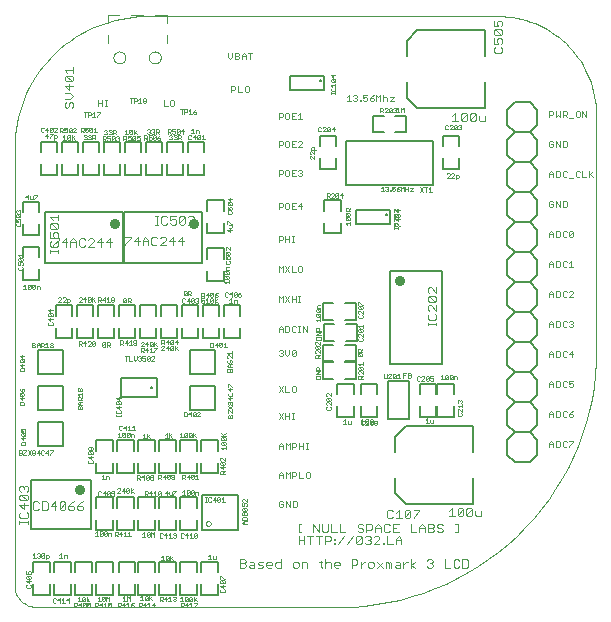
<source format=gto>
G75*
G70*
%OFA0B0*%
%FSLAX24Y24*%
%IPPOS*%
%LPD*%
%AMOC8*
5,1,8,0,0,1.08239X$1,22.5*
%
%ADD10C,0.0040*%
%ADD11C,0.0000*%
%ADD12C,0.0050*%
%ADD13C,0.0010*%
%ADD14C,0.0080*%
%ADD15C,0.0030*%
%ADD16C,0.0360*%
%ADD17C,0.0060*%
D10*
X006922Y003127D02*
X006924Y003145D01*
X006930Y003161D01*
X006939Y003176D01*
X006952Y003189D01*
X006967Y003198D01*
X006983Y003204D01*
X007001Y003206D01*
X007019Y003204D01*
X007035Y003198D01*
X007050Y003189D01*
X007063Y003176D01*
X007072Y003161D01*
X007078Y003145D01*
X007080Y003127D01*
X007078Y003109D01*
X007072Y003093D01*
X007063Y003078D01*
X007050Y003065D01*
X007035Y003056D01*
X007019Y003050D01*
X007001Y003048D01*
X006983Y003050D01*
X006967Y003056D01*
X006952Y003065D01*
X006939Y003078D01*
X006930Y003093D01*
X006924Y003109D01*
X006922Y003127D01*
X008056Y001936D02*
X008197Y001936D01*
X008243Y001889D01*
X008243Y001843D01*
X008197Y001796D01*
X008056Y001796D01*
X008056Y001656D02*
X008197Y001656D01*
X008243Y001703D01*
X008243Y001749D01*
X008197Y001796D01*
X008351Y001703D02*
X008398Y001656D01*
X008538Y001656D01*
X008538Y001796D01*
X008491Y001843D01*
X008398Y001843D01*
X008398Y001749D02*
X008538Y001749D01*
X008646Y001796D02*
X008692Y001843D01*
X008833Y001843D01*
X008786Y001749D02*
X008692Y001749D01*
X008646Y001796D01*
X008646Y001656D02*
X008786Y001656D01*
X008833Y001703D01*
X008786Y001749D01*
X008940Y001749D02*
X009127Y001749D01*
X009127Y001796D01*
X009080Y001843D01*
X008987Y001843D01*
X008940Y001796D01*
X008940Y001703D01*
X008987Y001656D01*
X009080Y001656D01*
X009235Y001703D02*
X009235Y001796D01*
X009282Y001843D01*
X009422Y001843D01*
X009422Y001936D02*
X009422Y001656D01*
X009282Y001656D01*
X009235Y001703D01*
X009824Y001703D02*
X009871Y001656D01*
X009964Y001656D01*
X010011Y001703D01*
X010011Y001796D01*
X009964Y001843D01*
X009871Y001843D01*
X009824Y001796D01*
X009824Y001703D01*
X010119Y001656D02*
X010119Y001843D01*
X010259Y001843D01*
X010306Y001796D01*
X010306Y001656D01*
X010708Y001843D02*
X010802Y001843D01*
X010755Y001889D02*
X010755Y001703D01*
X010802Y001656D01*
X010905Y001656D02*
X010905Y001936D01*
X010951Y001843D02*
X010905Y001796D01*
X010951Y001843D02*
X011045Y001843D01*
X011091Y001796D01*
X011091Y001656D01*
X011199Y001703D02*
X011199Y001796D01*
X011246Y001843D01*
X011339Y001843D01*
X011386Y001796D01*
X011386Y001749D01*
X011199Y001749D01*
X011199Y001703D02*
X011246Y001656D01*
X011339Y001656D01*
X011789Y001656D02*
X011789Y001936D01*
X011929Y001936D01*
X011975Y001889D01*
X011975Y001796D01*
X011929Y001749D01*
X011789Y001749D01*
X012083Y001749D02*
X012177Y001843D01*
X012223Y001843D01*
X012329Y001796D02*
X012329Y001703D01*
X012375Y001656D01*
X012469Y001656D01*
X012516Y001703D01*
X012516Y001796D01*
X012469Y001843D01*
X012375Y001843D01*
X012329Y001796D01*
X012083Y001843D02*
X012083Y001656D01*
X012623Y001656D02*
X012810Y001843D01*
X012918Y001843D02*
X012965Y001843D01*
X013011Y001796D01*
X013058Y001843D01*
X013105Y001796D01*
X013105Y001656D01*
X013011Y001656D02*
X013011Y001796D01*
X012918Y001843D02*
X012918Y001656D01*
X012810Y001656D02*
X012623Y001843D01*
X012704Y002435D02*
X012518Y002435D01*
X012704Y002622D01*
X012704Y002668D01*
X012658Y002715D01*
X012564Y002715D01*
X012518Y002668D01*
X012410Y002668D02*
X012410Y002622D01*
X012363Y002575D01*
X012410Y002528D01*
X012410Y002482D01*
X012363Y002435D01*
X012270Y002435D01*
X012223Y002482D01*
X012115Y002482D02*
X012115Y002668D01*
X011928Y002482D01*
X011975Y002435D01*
X012068Y002435D01*
X012115Y002482D01*
X012115Y002668D02*
X012068Y002715D01*
X011975Y002715D01*
X011928Y002668D01*
X011928Y002482D01*
X011820Y002715D02*
X011634Y002435D01*
X011339Y002435D02*
X011526Y002715D01*
X011575Y002829D02*
X011388Y002829D01*
X011388Y003109D01*
X011280Y002829D02*
X011093Y002829D01*
X011093Y003109D01*
X010986Y003109D02*
X010986Y002875D01*
X010939Y002829D01*
X010845Y002829D01*
X010799Y002875D01*
X010799Y003109D01*
X010691Y003109D02*
X010691Y002829D01*
X010504Y003109D01*
X010504Y002829D01*
X010495Y002715D02*
X010308Y002715D01*
X010401Y002715D02*
X010401Y002435D01*
X010200Y002435D02*
X010200Y002715D01*
X010200Y002575D02*
X010013Y002575D01*
X010013Y002435D02*
X010013Y002715D01*
X010013Y002829D02*
X010013Y003109D01*
X010106Y003109D01*
X010106Y002829D02*
X010013Y002829D01*
X010602Y002715D02*
X010789Y002715D01*
X010696Y002715D02*
X010696Y002435D01*
X010897Y002435D02*
X010897Y002715D01*
X011037Y002715D01*
X011084Y002668D01*
X011084Y002575D01*
X011037Y002528D01*
X010897Y002528D01*
X011192Y002482D02*
X011192Y002435D01*
X011238Y002435D01*
X011238Y002482D01*
X011192Y002482D01*
X011192Y002575D02*
X011192Y002622D01*
X011238Y002622D01*
X011238Y002575D01*
X011192Y002575D01*
X011977Y002875D02*
X012024Y002829D01*
X012117Y002829D01*
X012164Y002875D01*
X012164Y002922D01*
X012117Y002969D01*
X012024Y002969D01*
X011977Y003015D01*
X011977Y003062D01*
X012024Y003109D01*
X012117Y003109D01*
X012164Y003062D01*
X012272Y003109D02*
X012412Y003109D01*
X012459Y003062D01*
X012459Y002969D01*
X012412Y002922D01*
X012272Y002922D01*
X012272Y002829D02*
X012272Y003109D01*
X012270Y002715D02*
X012363Y002715D01*
X012410Y002668D01*
X012363Y002575D02*
X012316Y002575D01*
X012223Y002668D02*
X012270Y002715D01*
X012567Y002829D02*
X012567Y003015D01*
X012660Y003109D01*
X012753Y003015D01*
X012753Y002829D01*
X012861Y002875D02*
X012861Y003062D01*
X012908Y003109D01*
X013001Y003109D01*
X013048Y003062D01*
X013156Y003109D02*
X013156Y002829D01*
X013343Y002829D01*
X013348Y002715D02*
X013441Y002622D01*
X013441Y002435D01*
X013441Y002575D02*
X013254Y002575D01*
X013254Y002622D02*
X013348Y002715D01*
X013254Y002622D02*
X013254Y002435D01*
X013146Y002435D02*
X012960Y002435D01*
X012960Y002715D01*
X013001Y002829D02*
X012908Y002829D01*
X012861Y002875D01*
X012753Y002969D02*
X012567Y002969D01*
X013001Y002829D02*
X013048Y002875D01*
X013156Y002969D02*
X013249Y002969D01*
X013343Y003109D02*
X013156Y003109D01*
X013745Y003109D02*
X013745Y002829D01*
X013932Y002829D01*
X014040Y002829D02*
X014040Y003015D01*
X014133Y003109D01*
X014227Y003015D01*
X014227Y002829D01*
X014335Y002829D02*
X014475Y002829D01*
X014521Y002875D01*
X014521Y002922D01*
X014475Y002969D01*
X014335Y002969D01*
X014227Y002969D02*
X014040Y002969D01*
X014335Y002829D02*
X014335Y003109D01*
X014475Y003109D01*
X014521Y003062D01*
X014521Y003015D01*
X014475Y002969D01*
X014629Y003015D02*
X014676Y002969D01*
X014769Y002969D01*
X014816Y002922D01*
X014816Y002875D01*
X014769Y002829D01*
X014676Y002829D01*
X014629Y002875D01*
X014629Y003015D02*
X014629Y003062D01*
X014676Y003109D01*
X014769Y003109D01*
X014816Y003062D01*
X015218Y003109D02*
X015312Y003109D01*
X015312Y002829D01*
X015218Y002829D01*
X015224Y001936D02*
X015177Y001889D01*
X015177Y001703D01*
X015224Y001656D01*
X015317Y001656D01*
X015364Y001703D01*
X015472Y001656D02*
X015612Y001656D01*
X015658Y001703D01*
X015658Y001889D01*
X015612Y001936D01*
X015472Y001936D01*
X015472Y001656D01*
X015364Y001889D02*
X015317Y001936D01*
X015224Y001936D01*
X014882Y001936D02*
X014882Y001656D01*
X015069Y001656D01*
X014480Y001703D02*
X014433Y001656D01*
X014340Y001656D01*
X014293Y001703D01*
X014386Y001796D02*
X014433Y001796D01*
X014480Y001749D01*
X014480Y001703D01*
X014433Y001796D02*
X014480Y001843D01*
X014480Y001889D01*
X014433Y001936D01*
X014340Y001936D01*
X014293Y001889D01*
X013893Y001843D02*
X013753Y001749D01*
X013893Y001656D01*
X013753Y001656D02*
X013753Y001936D01*
X013647Y001843D02*
X013601Y001843D01*
X013507Y001749D01*
X013507Y001656D02*
X013507Y001843D01*
X013399Y001796D02*
X013399Y001656D01*
X013259Y001656D01*
X013213Y001703D01*
X013259Y001749D01*
X013399Y001749D01*
X013399Y001796D02*
X013353Y001843D01*
X013259Y001843D01*
X012859Y002435D02*
X012812Y002435D01*
X012812Y002482D01*
X012859Y002482D01*
X012859Y002435D01*
X010383Y004667D02*
X010383Y004801D01*
X010350Y004834D01*
X010283Y004834D01*
X010250Y004801D01*
X010250Y004667D01*
X010283Y004634D01*
X010350Y004634D01*
X010383Y004667D01*
X010162Y004634D02*
X010029Y004634D01*
X010029Y004834D01*
X009941Y004801D02*
X009941Y004734D01*
X009908Y004700D01*
X009808Y004700D01*
X009808Y004634D02*
X009808Y004834D01*
X009908Y004834D01*
X009941Y004801D01*
X009720Y004834D02*
X009720Y004634D01*
X009587Y004634D02*
X009587Y004834D01*
X009654Y004767D01*
X009720Y004834D01*
X009499Y004767D02*
X009499Y004634D01*
X009499Y004734D02*
X009366Y004734D01*
X009366Y004767D02*
X009433Y004834D01*
X009499Y004767D01*
X009366Y004767D02*
X009366Y004634D01*
X009401Y003870D02*
X009367Y003836D01*
X009367Y003703D01*
X009401Y003670D01*
X009467Y003670D01*
X009501Y003703D01*
X009501Y003770D01*
X009434Y003770D01*
X009501Y003836D02*
X009467Y003870D01*
X009401Y003870D01*
X009588Y003870D02*
X009588Y003670D01*
X009722Y003670D02*
X009588Y003870D01*
X009722Y003870D02*
X009722Y003670D01*
X009809Y003670D02*
X009909Y003670D01*
X009943Y003703D01*
X009943Y003836D01*
X009909Y003870D01*
X009809Y003870D01*
X009809Y003670D01*
X008056Y001936D02*
X008056Y001656D01*
X008351Y001703D02*
X008398Y001749D01*
X009366Y005604D02*
X009366Y005737D01*
X009433Y005804D01*
X009499Y005737D01*
X009499Y005604D01*
X009587Y005604D02*
X009587Y005804D01*
X009654Y005737D01*
X009720Y005804D01*
X009720Y005604D01*
X009808Y005604D02*
X009808Y005804D01*
X009908Y005804D01*
X009941Y005771D01*
X009941Y005704D01*
X009908Y005671D01*
X009808Y005671D01*
X010029Y005704D02*
X010162Y005704D01*
X010162Y005804D02*
X010162Y005604D01*
X010250Y005604D02*
X010316Y005604D01*
X010283Y005604D02*
X010283Y005804D01*
X010250Y005804D02*
X010316Y005804D01*
X010029Y005804D02*
X010029Y005604D01*
X009499Y005704D02*
X009366Y005704D01*
X009345Y006613D02*
X009479Y006813D01*
X009566Y006813D02*
X009566Y006613D01*
X009479Y006613D02*
X009345Y006813D01*
X009566Y006713D02*
X009700Y006713D01*
X009700Y006813D02*
X009700Y006613D01*
X009787Y006613D02*
X009854Y006613D01*
X009821Y006613D02*
X009821Y006813D01*
X009854Y006813D02*
X009787Y006813D01*
X009821Y007515D02*
X009887Y007515D01*
X009921Y007548D01*
X009921Y007682D01*
X009887Y007715D01*
X009821Y007715D01*
X009787Y007682D01*
X009787Y007548D01*
X009821Y007515D01*
X009700Y007515D02*
X009566Y007515D01*
X009566Y007715D01*
X009479Y007715D02*
X009345Y007515D01*
X009479Y007515D02*
X009345Y007715D01*
X009379Y008712D02*
X009345Y008745D01*
X009379Y008712D02*
X009445Y008712D01*
X009479Y008745D01*
X009479Y008778D01*
X009445Y008812D01*
X009412Y008812D01*
X009445Y008812D02*
X009479Y008845D01*
X009479Y008879D01*
X009445Y008912D01*
X009379Y008912D01*
X009345Y008879D01*
X009566Y008912D02*
X009566Y008778D01*
X009633Y008712D01*
X009700Y008778D01*
X009700Y008912D01*
X009787Y008879D02*
X009821Y008912D01*
X009887Y008912D01*
X009921Y008879D01*
X009787Y008745D01*
X009821Y008712D01*
X009887Y008712D01*
X009921Y008745D01*
X009921Y008879D01*
X009787Y008879D02*
X009787Y008745D01*
X009821Y009515D02*
X009887Y009515D01*
X009921Y009548D01*
X010008Y009515D02*
X010075Y009515D01*
X010042Y009515D02*
X010042Y009715D01*
X010075Y009715D02*
X010008Y009715D01*
X009921Y009682D02*
X009887Y009715D01*
X009821Y009715D01*
X009787Y009682D01*
X009787Y009548D01*
X009821Y009515D01*
X009700Y009548D02*
X009700Y009682D01*
X009666Y009715D01*
X009566Y009715D01*
X009566Y009515D01*
X009666Y009515D01*
X009700Y009548D01*
X009479Y009515D02*
X009479Y009648D01*
X009412Y009715D01*
X009345Y009648D01*
X009345Y009515D01*
X009345Y009615D02*
X009479Y009615D01*
X010156Y009715D02*
X010289Y009515D01*
X010289Y009715D01*
X010156Y009715D02*
X010156Y009515D01*
X010075Y010515D02*
X010008Y010515D01*
X010042Y010515D02*
X010042Y010715D01*
X010075Y010715D02*
X010008Y010715D01*
X009921Y010715D02*
X009921Y010515D01*
X009921Y010615D02*
X009787Y010615D01*
X009787Y010515D02*
X009787Y010715D01*
X009700Y010715D02*
X009566Y010515D01*
X009479Y010515D02*
X009479Y010715D01*
X009412Y010648D01*
X009345Y010715D01*
X009345Y010515D01*
X009566Y010715D02*
X009700Y010515D01*
X009700Y011515D02*
X009566Y011715D01*
X009479Y011715D02*
X009479Y011515D01*
X009566Y011515D02*
X009700Y011715D01*
X009787Y011715D02*
X009787Y011515D01*
X009921Y011515D01*
X010008Y011548D02*
X010042Y011515D01*
X010108Y011515D01*
X010142Y011548D01*
X010142Y011682D01*
X010108Y011715D01*
X010042Y011715D01*
X010008Y011682D01*
X010008Y011548D01*
X009479Y011715D02*
X009412Y011648D01*
X009345Y011715D01*
X009345Y011515D01*
X009345Y012515D02*
X009345Y012715D01*
X009445Y012715D01*
X009479Y012682D01*
X009479Y012615D01*
X009445Y012582D01*
X009345Y012582D01*
X009566Y012615D02*
X009700Y012615D01*
X009700Y012715D02*
X009700Y012515D01*
X009787Y012515D02*
X009854Y012515D01*
X009821Y012515D02*
X009821Y012715D01*
X009854Y012715D02*
X009787Y012715D01*
X009566Y012715D02*
X009566Y012515D01*
X009600Y013613D02*
X009666Y013613D01*
X009700Y013647D01*
X009700Y013780D01*
X009666Y013813D01*
X009600Y013813D01*
X009566Y013780D01*
X009566Y013647D01*
X009600Y013613D01*
X009479Y013713D02*
X009445Y013680D01*
X009345Y013680D01*
X009345Y013613D02*
X009345Y013813D01*
X009445Y013813D01*
X009479Y013780D01*
X009479Y013713D01*
X009787Y013713D02*
X009854Y013713D01*
X009787Y013613D02*
X009921Y013613D01*
X010008Y013713D02*
X010142Y013713D01*
X010108Y013613D02*
X010108Y013813D01*
X010008Y013713D01*
X009921Y013813D02*
X009787Y013813D01*
X009787Y013613D01*
X009787Y014712D02*
X009921Y014712D01*
X010008Y014745D02*
X010042Y014712D01*
X010108Y014712D01*
X010142Y014745D01*
X010142Y014778D01*
X010108Y014812D01*
X010075Y014812D01*
X010108Y014812D02*
X010142Y014845D01*
X010142Y014879D01*
X010108Y014912D01*
X010042Y014912D01*
X010008Y014879D01*
X009921Y014912D02*
X009787Y014912D01*
X009787Y014712D01*
X009700Y014745D02*
X009700Y014879D01*
X009666Y014912D01*
X009600Y014912D01*
X009566Y014879D01*
X009566Y014745D01*
X009600Y014712D01*
X009666Y014712D01*
X009700Y014745D01*
X009787Y014812D02*
X009854Y014812D01*
X009479Y014812D02*
X009445Y014778D01*
X009345Y014778D01*
X009345Y014712D02*
X009345Y014912D01*
X009445Y014912D01*
X009479Y014879D01*
X009479Y014812D01*
X009600Y015662D02*
X009666Y015662D01*
X009700Y015695D01*
X009700Y015829D01*
X009666Y015862D01*
X009600Y015862D01*
X009566Y015829D01*
X009566Y015695D01*
X009600Y015662D01*
X009479Y015762D02*
X009445Y015728D01*
X009345Y015728D01*
X009345Y015662D02*
X009345Y015862D01*
X009445Y015862D01*
X009479Y015829D01*
X009479Y015762D01*
X009787Y015762D02*
X009854Y015762D01*
X009787Y015862D02*
X009787Y015662D01*
X009921Y015662D01*
X010008Y015662D02*
X010142Y015795D01*
X010142Y015829D01*
X010108Y015862D01*
X010042Y015862D01*
X010008Y015829D01*
X009921Y015862D02*
X009787Y015862D01*
X010008Y015662D02*
X010142Y015662D01*
X010142Y016613D02*
X010008Y016613D01*
X010075Y016613D02*
X010075Y016813D01*
X010008Y016747D01*
X009921Y016813D02*
X009787Y016813D01*
X009787Y016613D01*
X009921Y016613D01*
X009854Y016713D02*
X009787Y016713D01*
X009700Y016647D02*
X009700Y016780D01*
X009666Y016813D01*
X009600Y016813D01*
X009566Y016780D01*
X009566Y016647D01*
X009600Y016613D01*
X009666Y016613D01*
X009700Y016647D01*
X009479Y016713D02*
X009445Y016680D01*
X009345Y016680D01*
X009345Y016613D02*
X009345Y016813D01*
X009445Y016813D01*
X009479Y016780D01*
X009479Y016713D01*
X008346Y017548D02*
X008346Y017682D01*
X008313Y017715D01*
X008246Y017715D01*
X008213Y017682D01*
X008213Y017548D01*
X008246Y017515D01*
X008313Y017515D01*
X008346Y017548D01*
X008125Y017515D02*
X007992Y017515D01*
X007992Y017715D01*
X007904Y017682D02*
X007904Y017615D01*
X007871Y017582D01*
X007771Y017582D01*
X007771Y017515D02*
X007771Y017715D01*
X007871Y017715D01*
X007904Y017682D01*
X007893Y018613D02*
X007993Y018613D01*
X008027Y018647D01*
X008027Y018680D01*
X007993Y018713D01*
X007893Y018713D01*
X007806Y018680D02*
X007806Y018813D01*
X007893Y018813D02*
X007893Y018613D01*
X007806Y018680D02*
X007739Y018613D01*
X007672Y018680D01*
X007672Y018813D01*
X007893Y018813D02*
X007993Y018813D01*
X008027Y018780D01*
X008027Y018747D01*
X007993Y018713D01*
X008114Y018713D02*
X008248Y018713D01*
X008248Y018747D02*
X008248Y018613D01*
X008248Y018747D02*
X008181Y018813D01*
X008114Y018747D01*
X008114Y018613D01*
X008402Y018613D02*
X008402Y018813D01*
X008335Y018813D02*
X008469Y018813D01*
X005869Y017203D02*
X005835Y017236D01*
X005769Y017236D01*
X005735Y017203D01*
X005735Y017070D01*
X005769Y017036D01*
X005835Y017036D01*
X005869Y017070D01*
X005869Y017203D01*
X005648Y017036D02*
X005514Y017036D01*
X005514Y017236D01*
X003612Y017236D02*
X003545Y017236D01*
X003579Y017236D02*
X003579Y017036D01*
X003612Y017036D02*
X003545Y017036D01*
X003458Y017036D02*
X003458Y017236D01*
X003458Y017136D02*
X003324Y017136D01*
X003324Y017036D02*
X003324Y017236D01*
X003643Y019156D02*
X003643Y019422D01*
X003643Y019816D02*
X003643Y020081D01*
X004037Y020081D01*
X004430Y020081D02*
X004824Y020081D01*
X005218Y020081D02*
X005612Y020081D01*
X005612Y019816D01*
X005612Y019422D02*
X005612Y019156D01*
X011609Y017337D02*
X011676Y017404D01*
X011676Y017204D01*
X011609Y017204D02*
X011743Y017204D01*
X011830Y017237D02*
X011863Y017204D01*
X011930Y017204D01*
X011964Y017237D01*
X011964Y017271D01*
X011930Y017304D01*
X011897Y017304D01*
X011930Y017304D02*
X011964Y017337D01*
X011964Y017371D01*
X011930Y017404D01*
X011863Y017404D01*
X011830Y017371D01*
X012051Y017237D02*
X012084Y017237D01*
X012084Y017204D01*
X012051Y017204D01*
X012051Y017237D01*
X012162Y017237D02*
X012195Y017204D01*
X012262Y017204D01*
X012295Y017237D01*
X012295Y017304D01*
X012262Y017337D01*
X012228Y017337D01*
X012162Y017304D01*
X012162Y017404D01*
X012295Y017404D01*
X012383Y017304D02*
X012383Y017237D01*
X012416Y017204D01*
X012483Y017204D01*
X012516Y017237D01*
X012516Y017271D01*
X012483Y017304D01*
X012383Y017304D01*
X012449Y017371D01*
X012516Y017404D01*
X012604Y017404D02*
X012604Y017204D01*
X012737Y017204D02*
X012737Y017404D01*
X012670Y017337D01*
X012604Y017404D01*
X012825Y017404D02*
X012825Y017204D01*
X012825Y017304D02*
X012858Y017337D01*
X012925Y017337D01*
X012958Y017304D01*
X012958Y017204D01*
X013046Y017204D02*
X013179Y017337D01*
X013046Y017337D01*
X013046Y017204D02*
X013179Y017204D01*
X018367Y016870D02*
X018367Y016670D01*
X018367Y016736D02*
X018467Y016736D01*
X018501Y016770D01*
X018501Y016836D01*
X018467Y016870D01*
X018367Y016870D01*
X018588Y016870D02*
X018588Y016670D01*
X018655Y016736D01*
X018722Y016670D01*
X018722Y016870D01*
X018809Y016870D02*
X018809Y016670D01*
X018809Y016736D02*
X018909Y016736D01*
X018943Y016770D01*
X018943Y016836D01*
X018909Y016870D01*
X018809Y016870D01*
X018876Y016736D02*
X018943Y016670D01*
X019030Y016636D02*
X019164Y016636D01*
X019251Y016703D02*
X019285Y016670D01*
X019351Y016670D01*
X019385Y016703D01*
X019385Y016836D01*
X019351Y016870D01*
X019285Y016870D01*
X019251Y016836D01*
X019251Y016703D01*
X019472Y016670D02*
X019472Y016870D01*
X019606Y016670D01*
X019606Y016870D01*
X018909Y015870D02*
X018809Y015870D01*
X018809Y015670D01*
X018909Y015670D01*
X018943Y015703D01*
X018943Y015836D01*
X018909Y015870D01*
X018722Y015870D02*
X018722Y015670D01*
X018588Y015870D01*
X018588Y015670D01*
X018501Y015703D02*
X018501Y015770D01*
X018434Y015770D01*
X018367Y015836D02*
X018367Y015703D01*
X018401Y015670D01*
X018467Y015670D01*
X018501Y015703D01*
X018501Y015836D02*
X018467Y015870D01*
X018401Y015870D01*
X018367Y015836D01*
X018434Y014870D02*
X018501Y014803D01*
X018501Y014670D01*
X018588Y014670D02*
X018588Y014870D01*
X018688Y014870D01*
X018722Y014836D01*
X018722Y014703D01*
X018688Y014670D01*
X018588Y014670D01*
X018501Y014770D02*
X018367Y014770D01*
X018367Y014803D02*
X018434Y014870D01*
X018367Y014803D02*
X018367Y014670D01*
X018809Y014703D02*
X018843Y014670D01*
X018909Y014670D01*
X018943Y014703D01*
X019030Y014636D02*
X019164Y014636D01*
X019251Y014703D02*
X019285Y014670D01*
X019351Y014670D01*
X019385Y014703D01*
X019472Y014670D02*
X019606Y014670D01*
X019693Y014670D02*
X019693Y014870D01*
X019727Y014770D02*
X019827Y014670D01*
X019693Y014736D02*
X019827Y014870D01*
X019472Y014870D02*
X019472Y014670D01*
X019385Y014836D02*
X019351Y014870D01*
X019285Y014870D01*
X019251Y014836D01*
X019251Y014703D01*
X018943Y014836D02*
X018909Y014870D01*
X018843Y014870D01*
X018809Y014836D01*
X018809Y014703D01*
X018809Y013870D02*
X018909Y013870D01*
X018943Y013836D01*
X018943Y013703D01*
X018909Y013670D01*
X018809Y013670D01*
X018809Y013870D01*
X018722Y013870D02*
X018722Y013670D01*
X018588Y013870D01*
X018588Y013670D01*
X018501Y013703D02*
X018501Y013770D01*
X018434Y013770D01*
X018367Y013836D02*
X018367Y013703D01*
X018401Y013670D01*
X018467Y013670D01*
X018501Y013703D01*
X018501Y013836D02*
X018467Y013870D01*
X018401Y013870D01*
X018367Y013836D01*
X018434Y012870D02*
X018501Y012803D01*
X018501Y012670D01*
X018588Y012670D02*
X018588Y012870D01*
X018688Y012870D01*
X018722Y012836D01*
X018722Y012703D01*
X018688Y012670D01*
X018588Y012670D01*
X018501Y012770D02*
X018367Y012770D01*
X018367Y012803D02*
X018434Y012870D01*
X018367Y012803D02*
X018367Y012670D01*
X018809Y012703D02*
X018843Y012670D01*
X018909Y012670D01*
X018943Y012703D01*
X019030Y012703D02*
X019064Y012670D01*
X019130Y012670D01*
X019164Y012703D01*
X019164Y012836D01*
X019030Y012703D01*
X019030Y012836D01*
X019064Y012870D01*
X019130Y012870D01*
X019164Y012836D01*
X018943Y012836D02*
X018909Y012870D01*
X018843Y012870D01*
X018809Y012836D01*
X018809Y012703D01*
X018843Y011870D02*
X018809Y011836D01*
X018809Y011703D01*
X018843Y011670D01*
X018909Y011670D01*
X018943Y011703D01*
X019030Y011670D02*
X019164Y011670D01*
X019097Y011670D02*
X019097Y011870D01*
X019030Y011803D01*
X018943Y011836D02*
X018909Y011870D01*
X018843Y011870D01*
X018722Y011836D02*
X018688Y011870D01*
X018588Y011870D01*
X018588Y011670D01*
X018688Y011670D01*
X018722Y011703D01*
X018722Y011836D01*
X018501Y011803D02*
X018434Y011870D01*
X018367Y011803D01*
X018367Y011670D01*
X018367Y011770D02*
X018501Y011770D01*
X018501Y011803D02*
X018501Y011670D01*
X018434Y010870D02*
X018501Y010803D01*
X018501Y010670D01*
X018588Y010670D02*
X018588Y010870D01*
X018688Y010870D01*
X018722Y010836D01*
X018722Y010703D01*
X018688Y010670D01*
X018588Y010670D01*
X018501Y010770D02*
X018367Y010770D01*
X018367Y010803D02*
X018434Y010870D01*
X018367Y010803D02*
X018367Y010670D01*
X018809Y010703D02*
X018843Y010670D01*
X018909Y010670D01*
X018943Y010703D01*
X019030Y010670D02*
X019164Y010803D01*
X019164Y010836D01*
X019130Y010870D01*
X019064Y010870D01*
X019030Y010836D01*
X018943Y010836D02*
X018909Y010870D01*
X018843Y010870D01*
X018809Y010836D01*
X018809Y010703D01*
X019030Y010670D02*
X019164Y010670D01*
X019130Y009870D02*
X019164Y009836D01*
X019164Y009803D01*
X019130Y009770D01*
X019164Y009736D01*
X019164Y009703D01*
X019130Y009670D01*
X019064Y009670D01*
X019030Y009703D01*
X018943Y009703D02*
X018909Y009670D01*
X018843Y009670D01*
X018809Y009703D01*
X018809Y009836D01*
X018843Y009870D01*
X018909Y009870D01*
X018943Y009836D01*
X019030Y009836D02*
X019064Y009870D01*
X019130Y009870D01*
X019130Y009770D02*
X019097Y009770D01*
X018722Y009703D02*
X018722Y009836D01*
X018688Y009870D01*
X018588Y009870D01*
X018588Y009670D01*
X018688Y009670D01*
X018722Y009703D01*
X018501Y009670D02*
X018501Y009803D01*
X018434Y009870D01*
X018367Y009803D01*
X018367Y009670D01*
X018367Y009770D02*
X018501Y009770D01*
X018434Y008870D02*
X018501Y008803D01*
X018501Y008670D01*
X018588Y008670D02*
X018588Y008870D01*
X018688Y008870D01*
X018722Y008836D01*
X018722Y008703D01*
X018688Y008670D01*
X018588Y008670D01*
X018501Y008770D02*
X018367Y008770D01*
X018367Y008803D02*
X018434Y008870D01*
X018367Y008803D02*
X018367Y008670D01*
X018809Y008703D02*
X018843Y008670D01*
X018909Y008670D01*
X018943Y008703D01*
X019030Y008770D02*
X019164Y008770D01*
X019130Y008670D02*
X019130Y008870D01*
X019030Y008770D01*
X018943Y008836D02*
X018909Y008870D01*
X018843Y008870D01*
X018809Y008836D01*
X018809Y008703D01*
X018843Y007870D02*
X018809Y007836D01*
X018809Y007703D01*
X018843Y007670D01*
X018909Y007670D01*
X018943Y007703D01*
X019030Y007703D02*
X019064Y007670D01*
X019130Y007670D01*
X019164Y007703D01*
X019164Y007770D01*
X019130Y007803D01*
X019097Y007803D01*
X019030Y007770D01*
X019030Y007870D01*
X019164Y007870D01*
X018943Y007836D02*
X018909Y007870D01*
X018843Y007870D01*
X018722Y007836D02*
X018688Y007870D01*
X018588Y007870D01*
X018588Y007670D01*
X018688Y007670D01*
X018722Y007703D01*
X018722Y007836D01*
X018501Y007803D02*
X018501Y007670D01*
X018501Y007770D02*
X018367Y007770D01*
X018367Y007803D02*
X018434Y007870D01*
X018501Y007803D01*
X018367Y007803D02*
X018367Y007670D01*
X018434Y006870D02*
X018501Y006803D01*
X018501Y006670D01*
X018588Y006670D02*
X018588Y006870D01*
X018688Y006870D01*
X018722Y006836D01*
X018722Y006703D01*
X018688Y006670D01*
X018588Y006670D01*
X018501Y006770D02*
X018367Y006770D01*
X018367Y006803D02*
X018434Y006870D01*
X018367Y006803D02*
X018367Y006670D01*
X018809Y006703D02*
X018843Y006670D01*
X018909Y006670D01*
X018943Y006703D01*
X019030Y006703D02*
X019064Y006670D01*
X019130Y006670D01*
X019164Y006703D01*
X019164Y006736D01*
X019130Y006770D01*
X019030Y006770D01*
X019030Y006703D01*
X019030Y006770D02*
X019097Y006836D01*
X019164Y006870D01*
X018943Y006836D02*
X018909Y006870D01*
X018843Y006870D01*
X018809Y006836D01*
X018809Y006703D01*
X018843Y005870D02*
X018809Y005836D01*
X018809Y005703D01*
X018843Y005670D01*
X018909Y005670D01*
X018943Y005703D01*
X019030Y005703D02*
X019030Y005670D01*
X019030Y005703D02*
X019164Y005836D01*
X019164Y005870D01*
X019030Y005870D01*
X018943Y005836D02*
X018909Y005870D01*
X018843Y005870D01*
X018722Y005836D02*
X018722Y005703D01*
X018688Y005670D01*
X018588Y005670D01*
X018588Y005870D01*
X018688Y005870D01*
X018722Y005836D01*
X018501Y005803D02*
X018501Y005670D01*
X018501Y005770D02*
X018367Y005770D01*
X018367Y005803D02*
X018434Y005870D01*
X018501Y005803D01*
X018367Y005803D02*
X018367Y005670D01*
D11*
X019934Y008909D02*
X019934Y016761D01*
X019930Y016917D01*
X019919Y017072D01*
X019901Y017227D01*
X019875Y017380D01*
X019842Y017532D01*
X019801Y017683D01*
X019754Y017831D01*
X019700Y017977D01*
X019638Y018120D01*
X019570Y018260D01*
X019496Y018397D01*
X019415Y018530D01*
X019327Y018659D01*
X019234Y018784D01*
X019135Y018904D01*
X019030Y019019D01*
X018920Y019129D01*
X018805Y019234D01*
X018685Y019333D01*
X018560Y019426D01*
X018431Y019514D01*
X018298Y019595D01*
X018161Y019669D01*
X018021Y019737D01*
X017878Y019799D01*
X017732Y019853D01*
X017584Y019900D01*
X017433Y019941D01*
X017281Y019974D01*
X017128Y020000D01*
X016973Y020018D01*
X016818Y020029D01*
X016662Y020033D01*
X004915Y020033D01*
X005021Y018664D02*
X005023Y018691D01*
X005029Y018718D01*
X005038Y018744D01*
X005051Y018768D01*
X005067Y018791D01*
X005086Y018810D01*
X005108Y018827D01*
X005132Y018841D01*
X005157Y018851D01*
X005184Y018858D01*
X005211Y018861D01*
X005239Y018860D01*
X005266Y018855D01*
X005292Y018847D01*
X005316Y018835D01*
X005339Y018819D01*
X005360Y018801D01*
X005377Y018780D01*
X005392Y018756D01*
X005403Y018731D01*
X005411Y018705D01*
X005415Y018678D01*
X005415Y018650D01*
X005411Y018623D01*
X005403Y018597D01*
X005392Y018572D01*
X005377Y018548D01*
X005360Y018527D01*
X005339Y018509D01*
X005317Y018493D01*
X005292Y018481D01*
X005266Y018473D01*
X005239Y018468D01*
X005211Y018467D01*
X005184Y018470D01*
X005157Y018477D01*
X005132Y018487D01*
X005108Y018501D01*
X005086Y018518D01*
X005067Y018537D01*
X005051Y018560D01*
X005038Y018584D01*
X005029Y018610D01*
X005023Y018637D01*
X005021Y018664D01*
X003840Y018664D02*
X003842Y018691D01*
X003848Y018718D01*
X003857Y018744D01*
X003870Y018768D01*
X003886Y018791D01*
X003905Y018810D01*
X003927Y018827D01*
X003951Y018841D01*
X003976Y018851D01*
X004003Y018858D01*
X004030Y018861D01*
X004058Y018860D01*
X004085Y018855D01*
X004111Y018847D01*
X004135Y018835D01*
X004158Y018819D01*
X004179Y018801D01*
X004196Y018780D01*
X004211Y018756D01*
X004222Y018731D01*
X004230Y018705D01*
X004234Y018678D01*
X004234Y018650D01*
X004230Y018623D01*
X004222Y018597D01*
X004211Y018572D01*
X004196Y018548D01*
X004179Y018527D01*
X004158Y018509D01*
X004136Y018493D01*
X004111Y018481D01*
X004085Y018473D01*
X004058Y018468D01*
X004030Y018467D01*
X004003Y018470D01*
X003976Y018477D01*
X003951Y018487D01*
X003927Y018501D01*
X003905Y018518D01*
X003886Y018537D01*
X003870Y018560D01*
X003857Y018584D01*
X003848Y018610D01*
X003842Y018637D01*
X003840Y018664D01*
X004915Y020033D02*
X004707Y020028D01*
X004500Y020013D01*
X004293Y019989D01*
X004088Y019954D01*
X003884Y019910D01*
X003684Y019856D01*
X003485Y019793D01*
X003290Y019720D01*
X003099Y019638D01*
X002912Y019547D01*
X002729Y019447D01*
X002552Y019339D01*
X002380Y019223D01*
X002213Y019098D01*
X002053Y018965D01*
X001899Y018825D01*
X001752Y018678D01*
X001612Y018524D01*
X001479Y018364D01*
X001354Y018197D01*
X001238Y018025D01*
X001130Y017848D01*
X001030Y017665D01*
X000939Y017478D01*
X000857Y017287D01*
X000784Y017092D01*
X000721Y016893D01*
X000667Y016693D01*
X000623Y016489D01*
X000588Y016284D01*
X000564Y016077D01*
X000549Y015870D01*
X000544Y015662D01*
X000544Y001058D01*
X000546Y001007D01*
X000551Y000957D01*
X000560Y000907D01*
X000573Y000858D01*
X000589Y000810D01*
X000608Y000763D01*
X000631Y000718D01*
X000657Y000674D01*
X000686Y000633D01*
X000717Y000593D01*
X000752Y000556D01*
X000789Y000521D01*
X000829Y000490D01*
X000870Y000461D01*
X000914Y000435D01*
X000959Y000412D01*
X001006Y000393D01*
X001054Y000377D01*
X001103Y000364D01*
X001153Y000355D01*
X001203Y000350D01*
X001254Y000348D01*
X011373Y000348D01*
X011780Y000358D01*
X012187Y000387D01*
X012591Y000435D01*
X012993Y000503D01*
X013391Y000589D01*
X013785Y000695D01*
X014173Y000819D01*
X014555Y000961D01*
X014929Y001122D01*
X015296Y001300D01*
X015654Y001495D01*
X016001Y001707D01*
X016339Y001935D01*
X016665Y002180D01*
X016979Y002439D01*
X017281Y002713D01*
X017569Y003001D01*
X017843Y003303D01*
X018102Y003617D01*
X018347Y003943D01*
X018575Y004281D01*
X018787Y004629D01*
X018982Y004986D01*
X019160Y005353D01*
X019321Y005727D01*
X019463Y006109D01*
X019587Y006497D01*
X019693Y006891D01*
X019779Y007289D01*
X019847Y007691D01*
X019895Y008095D01*
X019924Y008502D01*
X019934Y008909D01*
D12*
X015190Y007789D02*
X015190Y007435D01*
X015190Y007789D02*
X014639Y007789D01*
X014639Y007435D01*
X014599Y007435D02*
X014599Y007789D01*
X014048Y007789D01*
X014048Y007435D01*
X014048Y007041D02*
X014048Y006687D01*
X014599Y006687D01*
X014599Y007041D01*
X014639Y007041D02*
X014639Y006687D01*
X015190Y006687D01*
X015190Y007041D01*
X014796Y008458D02*
X014796Y011529D01*
X013064Y011529D01*
X013064Y008458D01*
X014796Y008458D01*
X013694Y007868D02*
X012985Y007868D01*
X012985Y006608D01*
X013694Y006608D01*
X013694Y007868D01*
X012631Y007789D02*
X012631Y007435D01*
X012631Y007789D02*
X012080Y007789D01*
X012080Y007435D01*
X011843Y007435D02*
X011843Y007789D01*
X011292Y007789D01*
X011292Y007435D01*
X011292Y007041D02*
X011292Y006687D01*
X011843Y006687D01*
X011843Y007041D01*
X012080Y007041D02*
X012080Y006687D01*
X012631Y006687D01*
X012631Y007041D01*
X011922Y007946D02*
X011568Y007946D01*
X011922Y007946D02*
X011922Y008498D01*
X011568Y008498D01*
X011568Y008537D02*
X011922Y008537D01*
X011922Y009088D01*
X011568Y009088D01*
X011591Y009213D02*
X011945Y009213D01*
X011945Y009765D01*
X011591Y009765D01*
X011568Y009915D02*
X011922Y009915D01*
X011922Y010466D01*
X011568Y010466D01*
X011174Y010466D02*
X010820Y010466D01*
X010820Y009915D01*
X011174Y009915D01*
X011197Y009765D02*
X010843Y009765D01*
X010843Y009213D01*
X011197Y009213D01*
X011174Y009088D02*
X010820Y009088D01*
X010820Y008537D01*
X011174Y008537D01*
X011174Y008498D02*
X010820Y008498D01*
X010820Y007946D01*
X011174Y007946D01*
X008070Y009300D02*
X007519Y009300D01*
X007519Y009654D01*
X007370Y009654D02*
X007370Y009300D01*
X006819Y009300D01*
X006819Y009654D01*
X006670Y009654D02*
X006670Y009300D01*
X006119Y009300D01*
X006119Y009654D01*
X005970Y009654D02*
X005970Y009300D01*
X005419Y009300D01*
X005419Y009654D01*
X005270Y009654D02*
X005270Y009300D01*
X004719Y009300D01*
X004719Y009654D01*
X004570Y009654D02*
X004570Y009300D01*
X004019Y009300D01*
X004019Y009654D01*
X003870Y009654D02*
X003870Y009300D01*
X003319Y009300D01*
X003319Y009654D01*
X003170Y009654D02*
X003170Y009300D01*
X002619Y009300D01*
X002619Y009654D01*
X002470Y009654D02*
X002470Y009300D01*
X001919Y009300D01*
X001919Y009654D01*
X001919Y010048D02*
X001919Y010402D01*
X002470Y010402D01*
X002470Y010048D01*
X002619Y010048D02*
X002619Y010402D01*
X003170Y010402D01*
X003170Y010048D01*
X003319Y010048D02*
X003319Y010402D01*
X003870Y010402D01*
X003870Y010048D01*
X004019Y010048D02*
X004019Y010402D01*
X004570Y010402D01*
X004570Y010048D01*
X004719Y010048D02*
X004719Y010402D01*
X005270Y010402D01*
X005270Y010048D01*
X005419Y010048D02*
X005419Y010402D01*
X005970Y010402D01*
X005970Y010048D01*
X006119Y010048D02*
X006119Y010402D01*
X006670Y010402D01*
X006670Y010048D01*
X006819Y010048D02*
X006819Y010402D01*
X007370Y010402D01*
X007370Y010048D01*
X007519Y010048D02*
X007519Y010402D01*
X008070Y010402D01*
X008070Y010048D01*
X008070Y009654D02*
X008070Y009300D01*
X007520Y011200D02*
X006969Y011200D01*
X006969Y011554D01*
X006793Y011805D02*
X006793Y013498D01*
X004195Y013498D01*
X004195Y011805D01*
X006793Y011805D01*
X006969Y011948D02*
X006969Y012302D01*
X007520Y012302D01*
X007520Y011948D01*
X007520Y011554D02*
X007520Y011200D01*
X007520Y012800D02*
X006969Y012800D01*
X006969Y013154D01*
X006969Y013548D02*
X006969Y013902D01*
X007520Y013902D01*
X007520Y013548D01*
X007520Y013154D02*
X007520Y012800D01*
X006870Y014750D02*
X006319Y014750D01*
X006319Y015104D01*
X006170Y015104D02*
X006170Y014750D01*
X005619Y014750D01*
X005619Y015104D01*
X005470Y015104D02*
X005470Y014750D01*
X004919Y014750D01*
X004919Y015104D01*
X004770Y015104D02*
X004770Y014750D01*
X004219Y014750D01*
X004219Y015104D01*
X004070Y015104D02*
X004070Y014750D01*
X003519Y014750D01*
X003519Y015104D01*
X003370Y015104D02*
X003370Y014750D01*
X002819Y014750D01*
X002819Y015104D01*
X002670Y015104D02*
X002670Y014750D01*
X002119Y014750D01*
X002119Y015104D01*
X001970Y015104D02*
X001970Y014750D01*
X001419Y014750D01*
X001419Y015104D01*
X001419Y015498D02*
X001419Y015852D01*
X001970Y015852D01*
X001970Y015498D01*
X002119Y015498D02*
X002119Y015852D01*
X002670Y015852D01*
X002670Y015498D01*
X002819Y015498D02*
X002819Y015852D01*
X003370Y015852D01*
X003370Y015498D01*
X003519Y015498D02*
X003519Y015852D01*
X004070Y015852D01*
X004070Y015498D01*
X004219Y015498D02*
X004219Y015852D01*
X004770Y015852D01*
X004770Y015498D01*
X004919Y015498D02*
X004919Y015852D01*
X005470Y015852D01*
X005470Y015498D01*
X005619Y015498D02*
X005619Y015852D01*
X006170Y015852D01*
X006170Y015498D01*
X006319Y015498D02*
X006319Y015852D01*
X006870Y015852D01*
X006870Y015498D01*
X006870Y015104D02*
X006870Y014750D01*
X004143Y013498D02*
X004143Y011805D01*
X001545Y011805D01*
X001545Y013498D01*
X004143Y013498D01*
X001370Y013498D02*
X001370Y013852D01*
X000819Y013852D01*
X000819Y013498D01*
X000819Y013104D02*
X000819Y012750D01*
X001370Y012750D01*
X001370Y013104D01*
X001370Y012352D02*
X000819Y012352D01*
X000819Y011998D01*
X000819Y011604D02*
X000819Y011250D01*
X001370Y011250D01*
X001370Y011604D01*
X001370Y011998D02*
X001370Y012352D01*
X004104Y007966D02*
X005285Y007966D01*
X005285Y007336D01*
X004104Y007336D01*
X004104Y007966D01*
X005080Y007651D02*
X005082Y007659D01*
X005087Y007665D01*
X005094Y007669D01*
X005102Y007669D01*
X005109Y007665D01*
X005114Y007659D01*
X005116Y007651D01*
X005114Y007643D01*
X005109Y007637D01*
X005102Y007633D01*
X005094Y007633D01*
X005087Y007637D01*
X005082Y007643D01*
X005080Y007651D01*
X005220Y005902D02*
X004669Y005902D01*
X004669Y005548D01*
X004520Y005548D02*
X004520Y005902D01*
X003969Y005902D01*
X003969Y005548D01*
X003820Y005548D02*
X003820Y005902D01*
X003269Y005902D01*
X003269Y005548D01*
X003269Y005154D02*
X003269Y004800D01*
X003820Y004800D01*
X003820Y005154D01*
X003969Y005154D02*
X003969Y004800D01*
X004520Y004800D01*
X004520Y005154D01*
X004669Y005154D02*
X004669Y004800D01*
X005220Y004800D01*
X005220Y005154D01*
X005369Y005154D02*
X005369Y004800D01*
X005920Y004800D01*
X005920Y005154D01*
X006069Y005154D02*
X006069Y004800D01*
X006620Y004800D01*
X006620Y005154D01*
X006769Y005154D02*
X006769Y004800D01*
X007320Y004800D01*
X007320Y005154D01*
X007320Y005548D02*
X007320Y005902D01*
X006769Y005902D01*
X006769Y005548D01*
X006620Y005548D02*
X006620Y005902D01*
X006069Y005902D01*
X006069Y005548D01*
X005920Y005548D02*
X005920Y005902D01*
X005369Y005902D01*
X005369Y005548D01*
X005220Y005548D02*
X005220Y005902D01*
X005220Y004002D02*
X004669Y004002D01*
X004669Y003648D01*
X004520Y003648D02*
X004520Y004002D01*
X003969Y004002D01*
X003969Y003648D01*
X003820Y003648D02*
X003820Y004002D01*
X003269Y004002D01*
X003269Y003648D01*
X003269Y003254D02*
X003269Y002900D01*
X003820Y002900D01*
X003820Y003254D01*
X003969Y003254D02*
X003969Y002900D01*
X004520Y002900D01*
X004520Y003254D01*
X004669Y003254D02*
X004669Y002900D01*
X005220Y002900D01*
X005220Y003254D01*
X005369Y003254D02*
X005369Y002900D01*
X005920Y002900D01*
X005920Y003254D01*
X006069Y003254D02*
X006069Y002900D01*
X006620Y002900D01*
X006620Y003254D01*
X006620Y003648D02*
X006620Y004002D01*
X006069Y004002D01*
X006069Y003648D01*
X005920Y003648D02*
X005920Y004002D01*
X005369Y004002D01*
X005369Y003648D01*
X005220Y003648D02*
X005220Y004002D01*
X005220Y001852D02*
X004669Y001852D01*
X004669Y001498D01*
X004570Y001498D02*
X004570Y001852D01*
X004019Y001852D01*
X004019Y001498D01*
X003820Y001498D02*
X003820Y001852D01*
X003269Y001852D01*
X003269Y001498D01*
X003120Y001498D02*
X003120Y001852D01*
X002569Y001852D01*
X002569Y001498D01*
X002420Y001498D02*
X002420Y001852D01*
X001869Y001852D01*
X001869Y001498D01*
X001720Y001498D02*
X001720Y001852D01*
X001169Y001852D01*
X001169Y001498D01*
X001169Y001104D02*
X001169Y000750D01*
X001720Y000750D01*
X001720Y001104D01*
X001869Y001104D02*
X001869Y000750D01*
X002420Y000750D01*
X002420Y001104D01*
X002569Y001104D02*
X002569Y000750D01*
X003120Y000750D01*
X003120Y001104D01*
X003269Y001104D02*
X003269Y000750D01*
X003820Y000750D01*
X003820Y001104D01*
X004019Y001104D02*
X004019Y000750D01*
X004570Y000750D01*
X004570Y001104D01*
X004669Y001104D02*
X004669Y000750D01*
X005220Y000750D01*
X005220Y001104D01*
X005369Y001104D02*
X005369Y000750D01*
X005920Y000750D01*
X005920Y001104D01*
X006069Y001104D02*
X006069Y000750D01*
X006620Y000750D01*
X006620Y001104D01*
X006769Y001104D02*
X006769Y000750D01*
X007320Y000750D01*
X007320Y001104D01*
X007320Y001498D02*
X007320Y001852D01*
X006769Y001852D01*
X006769Y001498D01*
X006620Y001498D02*
X006620Y001852D01*
X006069Y001852D01*
X006069Y001498D01*
X005920Y001498D02*
X005920Y001852D01*
X005369Y001852D01*
X005369Y001498D01*
X005220Y001498D02*
X005220Y001852D01*
X003083Y002930D02*
X003083Y004570D01*
X001104Y004570D01*
X001104Y002930D01*
X003083Y002930D01*
X010869Y012800D02*
X011420Y012800D01*
X011420Y013154D01*
X011420Y013548D02*
X011420Y013902D01*
X010869Y013902D01*
X010869Y013548D01*
X010869Y013154D02*
X010869Y012800D01*
X011923Y013115D02*
X011923Y013587D01*
X013065Y013587D01*
X013065Y013115D01*
X011923Y013115D01*
X012909Y013430D02*
X012911Y013438D01*
X012916Y013444D01*
X012923Y013448D01*
X012931Y013448D01*
X012938Y013444D01*
X012943Y013438D01*
X012945Y013430D01*
X012943Y013422D01*
X012938Y013416D01*
X012931Y013412D01*
X012923Y013412D01*
X012916Y013416D01*
X012911Y013422D01*
X012909Y013430D01*
X011588Y014423D02*
X011588Y015880D01*
X014501Y015880D01*
X014501Y014423D01*
X011588Y014423D01*
X011270Y014950D02*
X010719Y014950D01*
X010719Y015304D01*
X010719Y015698D02*
X010719Y016052D01*
X011270Y016052D01*
X011270Y015698D01*
X011270Y015304D02*
X011270Y014950D01*
X012493Y016172D02*
X012493Y016724D01*
X012847Y016724D01*
X013241Y016724D02*
X013595Y016724D01*
X013595Y016172D01*
X013241Y016172D01*
X012847Y016172D02*
X012493Y016172D01*
X010865Y017565D02*
X009723Y017565D01*
X009723Y018037D01*
X010865Y018037D01*
X010865Y017565D01*
X010709Y017880D02*
X010711Y017888D01*
X010716Y017894D01*
X010723Y017898D01*
X010731Y017898D01*
X010738Y017894D01*
X010743Y017888D01*
X010745Y017880D01*
X010743Y017872D01*
X010738Y017866D01*
X010731Y017862D01*
X010723Y017862D01*
X010716Y017866D01*
X010711Y017872D01*
X010709Y017880D01*
X014819Y016052D02*
X014819Y015698D01*
X014819Y016052D02*
X015370Y016052D01*
X015370Y015698D01*
X015370Y015304D02*
X015370Y014950D01*
X014819Y014950D01*
X014819Y015304D01*
D13*
X001061Y000988D02*
X000961Y000988D01*
X000936Y001013D01*
X000936Y001063D01*
X000961Y001088D01*
X001011Y001135D02*
X001011Y001235D01*
X000961Y001283D02*
X000936Y001308D01*
X000936Y001358D01*
X000961Y001383D01*
X001061Y001283D01*
X001086Y001308D01*
X001086Y001358D01*
X001061Y001383D01*
X000961Y001383D01*
X000936Y001430D02*
X001011Y001430D01*
X000986Y001480D01*
X000986Y001505D01*
X001011Y001530D01*
X001061Y001530D01*
X001086Y001505D01*
X001086Y001455D01*
X001061Y001430D01*
X000936Y001430D02*
X000936Y001530D01*
X000961Y001283D02*
X001061Y001283D01*
X001086Y001210D02*
X000936Y001210D01*
X001011Y001135D01*
X001061Y001088D02*
X001086Y001063D01*
X001086Y001013D01*
X001061Y000988D01*
X001828Y000618D02*
X001828Y000518D01*
X001853Y000493D01*
X001903Y000493D01*
X001928Y000518D01*
X001975Y000568D02*
X002075Y000568D01*
X002123Y000593D02*
X002173Y000643D01*
X002173Y000493D01*
X002123Y000493D02*
X002223Y000493D01*
X002270Y000568D02*
X002345Y000643D01*
X002345Y000493D01*
X002370Y000568D02*
X002270Y000568D01*
X002528Y000493D02*
X002528Y000343D01*
X002528Y000393D02*
X002603Y000393D01*
X002628Y000418D01*
X002628Y000468D01*
X002603Y000493D01*
X002528Y000493D01*
X002578Y000393D02*
X002628Y000343D01*
X002675Y000418D02*
X002775Y000418D01*
X002823Y000368D02*
X002823Y000468D01*
X002848Y000493D01*
X002898Y000493D01*
X002923Y000468D01*
X002823Y000368D01*
X002848Y000343D01*
X002898Y000343D01*
X002923Y000368D01*
X002923Y000468D01*
X002970Y000493D02*
X002970Y000418D01*
X003020Y000443D01*
X003045Y000443D01*
X003070Y000418D01*
X003070Y000368D01*
X003045Y000343D01*
X002995Y000343D01*
X002970Y000368D01*
X002970Y000493D02*
X003070Y000493D01*
X003018Y000528D02*
X002943Y000578D01*
X003018Y000628D01*
X002943Y000678D02*
X002943Y000528D01*
X002895Y000553D02*
X002870Y000528D01*
X002820Y000528D01*
X002795Y000553D01*
X002895Y000653D01*
X002895Y000553D01*
X002795Y000553D02*
X002795Y000653D01*
X002820Y000678D01*
X002870Y000678D01*
X002895Y000653D01*
X002748Y000528D02*
X002648Y000528D01*
X002698Y000528D02*
X002698Y000678D01*
X002648Y000628D01*
X002750Y000493D02*
X002675Y000418D01*
X002750Y000343D02*
X002750Y000493D01*
X003228Y000493D02*
X003228Y000343D01*
X003228Y000393D02*
X003303Y000393D01*
X003328Y000418D01*
X003328Y000468D01*
X003303Y000493D01*
X003228Y000493D01*
X003311Y000539D02*
X003411Y000539D01*
X003361Y000539D02*
X003361Y000689D01*
X003311Y000639D01*
X003458Y000664D02*
X003483Y000689D01*
X003533Y000689D01*
X003558Y000664D01*
X003458Y000564D01*
X003483Y000539D01*
X003533Y000539D01*
X003558Y000564D01*
X003558Y000664D01*
X003605Y000689D02*
X003656Y000639D01*
X003706Y000689D01*
X003706Y000539D01*
X003670Y000493D02*
X003670Y000418D01*
X003720Y000443D01*
X003745Y000443D01*
X003770Y000418D01*
X003770Y000368D01*
X003745Y000343D01*
X003695Y000343D01*
X003670Y000368D01*
X003623Y000343D02*
X003523Y000343D01*
X003573Y000343D02*
X003573Y000493D01*
X003523Y000443D01*
X003475Y000418D02*
X003375Y000418D01*
X003450Y000493D01*
X003450Y000343D01*
X003328Y000343D02*
X003278Y000393D01*
X003458Y000564D02*
X003458Y000664D01*
X003605Y000689D02*
X003605Y000539D01*
X003670Y000493D02*
X003770Y000493D01*
X003978Y000493D02*
X003978Y000343D01*
X003978Y000393D02*
X004053Y000393D01*
X004078Y000418D01*
X004078Y000468D01*
X004053Y000493D01*
X003978Y000493D01*
X004028Y000393D02*
X004078Y000343D01*
X004125Y000418D02*
X004225Y000418D01*
X004273Y000443D02*
X004323Y000493D01*
X004323Y000343D01*
X004273Y000343D02*
X004373Y000343D01*
X004420Y000368D02*
X004445Y000343D01*
X004495Y000343D01*
X004520Y000368D01*
X004520Y000393D01*
X004495Y000418D01*
X004420Y000418D01*
X004420Y000368D01*
X004420Y000418D02*
X004470Y000468D01*
X004520Y000493D01*
X004396Y000550D02*
X004396Y000700D01*
X004346Y000650D01*
X004296Y000700D01*
X004296Y000550D01*
X004249Y000550D02*
X004149Y000550D01*
X004199Y000550D02*
X004199Y000700D01*
X004149Y000650D01*
X004200Y000493D02*
X004125Y000418D01*
X004200Y000343D02*
X004200Y000493D01*
X004678Y000493D02*
X004678Y000343D01*
X004678Y000393D02*
X004753Y000393D01*
X004778Y000418D01*
X004778Y000468D01*
X004753Y000493D01*
X004678Y000493D01*
X004739Y000561D02*
X004839Y000561D01*
X004789Y000561D02*
X004789Y000711D01*
X004739Y000661D01*
X004886Y000686D02*
X004911Y000711D01*
X004961Y000711D01*
X004986Y000686D01*
X004886Y000586D01*
X004911Y000561D01*
X004961Y000561D01*
X004986Y000586D01*
X004986Y000686D01*
X005033Y000711D02*
X005033Y000561D01*
X005033Y000611D02*
X005134Y000711D01*
X005058Y000636D02*
X005134Y000561D01*
X005195Y000493D02*
X005120Y000418D01*
X005220Y000418D01*
X005195Y000343D02*
X005195Y000493D01*
X005023Y000493D02*
X005023Y000343D01*
X004973Y000343D02*
X005073Y000343D01*
X004973Y000443D02*
X005023Y000493D01*
X004900Y000493D02*
X004900Y000343D01*
X004925Y000418D02*
X004825Y000418D01*
X004900Y000493D01*
X004886Y000586D02*
X004886Y000686D01*
X004728Y000393D02*
X004778Y000343D01*
X005378Y000543D02*
X005378Y000693D01*
X005453Y000693D01*
X005478Y000668D01*
X005478Y000618D01*
X005453Y000593D01*
X005378Y000593D01*
X005428Y000593D02*
X005478Y000543D01*
X005525Y000618D02*
X005625Y000618D01*
X005673Y000643D02*
X005723Y000693D01*
X005723Y000543D01*
X005673Y000543D02*
X005773Y000543D01*
X005820Y000568D02*
X005845Y000543D01*
X005895Y000543D01*
X005920Y000568D01*
X005920Y000593D01*
X005895Y000618D01*
X005870Y000618D01*
X005895Y000618D02*
X005920Y000643D01*
X005920Y000668D01*
X005895Y000693D01*
X005845Y000693D01*
X005820Y000668D01*
X005600Y000693D02*
X005600Y000543D01*
X005525Y000618D02*
X005600Y000693D01*
X006068Y000633D02*
X006118Y000683D01*
X006118Y000533D01*
X006068Y000533D02*
X006168Y000533D01*
X006153Y000493D02*
X006178Y000468D01*
X006178Y000418D01*
X006153Y000393D01*
X006078Y000393D01*
X006078Y000343D02*
X006078Y000493D01*
X006153Y000493D01*
X006215Y000558D02*
X006315Y000658D01*
X006315Y000558D01*
X006290Y000533D01*
X006240Y000533D01*
X006215Y000558D01*
X006215Y000658D01*
X006240Y000683D01*
X006290Y000683D01*
X006315Y000658D01*
X006362Y000658D02*
X006387Y000683D01*
X006438Y000683D01*
X006463Y000658D01*
X006362Y000558D01*
X006387Y000533D01*
X006438Y000533D01*
X006463Y000558D01*
X006463Y000658D01*
X006510Y000683D02*
X006510Y000533D01*
X006510Y000583D02*
X006610Y000683D01*
X006535Y000608D02*
X006610Y000533D01*
X006595Y000493D02*
X006545Y000493D01*
X006520Y000468D01*
X006595Y000493D02*
X006620Y000468D01*
X006620Y000443D01*
X006520Y000343D01*
X006620Y000343D01*
X006473Y000343D02*
X006373Y000343D01*
X006423Y000343D02*
X006423Y000493D01*
X006373Y000443D01*
X006325Y000418D02*
X006225Y000418D01*
X006300Y000493D01*
X006300Y000343D01*
X006178Y000343D02*
X006128Y000393D01*
X006362Y000558D02*
X006362Y000658D01*
X007402Y000860D02*
X007427Y000835D01*
X007527Y000835D01*
X007552Y000860D01*
X007552Y000910D01*
X007527Y000935D01*
X007477Y000982D02*
X007477Y001082D01*
X007427Y001130D02*
X007402Y001155D01*
X007402Y001205D01*
X007427Y001230D01*
X007527Y001130D01*
X007552Y001155D01*
X007552Y001205D01*
X007527Y001230D01*
X007427Y001230D01*
X007402Y001277D02*
X007402Y001377D01*
X007427Y001377D01*
X007527Y001277D01*
X007552Y001277D01*
X007527Y001130D02*
X007427Y001130D01*
X007402Y001057D02*
X007552Y001057D01*
X007477Y000982D02*
X007402Y001057D01*
X007427Y000935D02*
X007402Y000910D01*
X007402Y000860D01*
X007251Y001930D02*
X007176Y001930D01*
X007151Y001955D01*
X007151Y002030D01*
X007251Y002030D02*
X007251Y001930D01*
X007104Y001930D02*
X007004Y001930D01*
X007054Y001930D02*
X007054Y002080D01*
X007004Y002030D01*
X006598Y002659D02*
X006548Y002659D01*
X006523Y002684D01*
X006623Y002784D01*
X006623Y002684D01*
X006598Y002659D01*
X006523Y002684D02*
X006523Y002784D01*
X006548Y002809D01*
X006598Y002809D01*
X006623Y002784D01*
X006476Y002659D02*
X006376Y002659D01*
X006426Y002659D02*
X006426Y002809D01*
X006376Y002759D01*
X006329Y002734D02*
X006228Y002734D01*
X006304Y002809D01*
X006304Y002659D01*
X006181Y002684D02*
X006156Y002659D01*
X006106Y002659D01*
X006081Y002684D01*
X006081Y002784D01*
X006106Y002809D01*
X006156Y002809D01*
X006181Y002784D01*
X005923Y002784D02*
X005923Y002759D01*
X005898Y002734D01*
X005923Y002709D01*
X005923Y002684D01*
X005898Y002659D01*
X005848Y002659D01*
X005823Y002684D01*
X005776Y002659D02*
X005676Y002659D01*
X005726Y002659D02*
X005726Y002809D01*
X005676Y002759D01*
X005629Y002734D02*
X005528Y002734D01*
X005604Y002809D01*
X005604Y002659D01*
X005481Y002684D02*
X005456Y002659D01*
X005406Y002659D01*
X005381Y002684D01*
X005381Y002784D01*
X005406Y002809D01*
X005456Y002809D01*
X005481Y002784D01*
X005198Y002834D02*
X005198Y002684D01*
X005098Y002684D02*
X005098Y002834D01*
X005148Y002784D01*
X005198Y002834D01*
X005051Y002809D02*
X004951Y002709D01*
X004976Y002684D01*
X005026Y002684D01*
X005051Y002709D01*
X005051Y002809D01*
X005026Y002834D01*
X004976Y002834D01*
X004951Y002809D01*
X004951Y002709D01*
X004904Y002684D02*
X004804Y002684D01*
X004854Y002684D02*
X004854Y002834D01*
X004804Y002784D01*
X004423Y002709D02*
X004323Y002709D01*
X004276Y002709D02*
X004176Y002709D01*
X004226Y002709D02*
X004226Y002859D01*
X004176Y002809D01*
X004129Y002784D02*
X004028Y002784D01*
X004104Y002859D01*
X004104Y002709D01*
X003981Y002709D02*
X003931Y002759D01*
X003956Y002759D02*
X003881Y002759D01*
X003881Y002709D02*
X003881Y002859D01*
X003956Y002859D01*
X003981Y002834D01*
X003981Y002784D01*
X003956Y002759D01*
X003771Y002787D02*
X003771Y002712D01*
X003771Y002787D02*
X003746Y002812D01*
X003671Y002812D01*
X003671Y002712D01*
X003624Y002737D02*
X003598Y002712D01*
X003548Y002712D01*
X003523Y002737D01*
X003624Y002837D01*
X003624Y002737D01*
X003624Y002837D02*
X003598Y002862D01*
X003548Y002862D01*
X003523Y002837D01*
X003523Y002737D01*
X003476Y002737D02*
X003451Y002712D01*
X003401Y002712D01*
X003376Y002737D01*
X003476Y002837D01*
X003476Y002737D01*
X003376Y002737D02*
X003376Y002837D01*
X003401Y002862D01*
X003451Y002862D01*
X003476Y002837D01*
X003329Y002712D02*
X003229Y002712D01*
X003279Y002712D02*
X003279Y002862D01*
X003229Y002812D01*
X002279Y002067D02*
X002279Y001992D01*
X002279Y002067D02*
X002254Y002092D01*
X002179Y002092D01*
X002179Y001992D01*
X002132Y001992D02*
X002032Y001992D01*
X002082Y001992D02*
X002082Y002142D01*
X002032Y002092D01*
X001689Y002056D02*
X001689Y002006D01*
X001664Y001981D01*
X001589Y001981D01*
X001589Y001931D02*
X001589Y002081D01*
X001664Y002081D01*
X001689Y002056D01*
X001541Y002106D02*
X001441Y002006D01*
X001466Y001981D01*
X001516Y001981D01*
X001541Y002006D01*
X001541Y002106D01*
X001516Y002131D01*
X001466Y002131D01*
X001441Y002106D01*
X001441Y002006D01*
X001394Y002006D02*
X001369Y001981D01*
X001319Y001981D01*
X001294Y002006D01*
X001247Y001981D02*
X001147Y001981D01*
X001197Y001981D02*
X001197Y002131D01*
X001147Y002081D01*
X001294Y002106D02*
X001319Y002131D01*
X001369Y002131D01*
X001394Y002106D01*
X001394Y002081D01*
X001369Y002056D01*
X001394Y002031D01*
X001394Y002006D01*
X001369Y002056D02*
X001344Y002056D01*
X001853Y000643D02*
X001828Y000618D01*
X001853Y000643D02*
X001903Y000643D01*
X001928Y000618D01*
X001975Y000568D02*
X002050Y000643D01*
X002050Y000493D01*
X004323Y002809D02*
X004373Y002859D01*
X004373Y002709D01*
X005429Y001999D02*
X005479Y002049D01*
X005479Y001899D01*
X005429Y001899D02*
X005529Y001899D01*
X005577Y001924D02*
X005677Y002024D01*
X005677Y001924D01*
X005652Y001899D01*
X005602Y001899D01*
X005577Y001924D01*
X005577Y002024D01*
X005602Y002049D01*
X005652Y002049D01*
X005677Y002024D01*
X005724Y002049D02*
X005724Y001899D01*
X005724Y001949D02*
X005824Y002049D01*
X005749Y001974D02*
X005824Y001899D01*
X005873Y002734D02*
X005898Y002734D01*
X005923Y002784D02*
X005898Y002809D01*
X005848Y002809D01*
X005823Y002784D01*
X006903Y003847D02*
X006953Y003847D01*
X006928Y003847D02*
X006928Y003997D01*
X006903Y003997D02*
X006953Y003997D01*
X007001Y003972D02*
X007001Y003872D01*
X007026Y003847D01*
X007076Y003847D01*
X007101Y003872D01*
X007148Y003922D02*
X007248Y003922D01*
X007296Y003872D02*
X007296Y003972D01*
X007321Y003997D01*
X007371Y003997D01*
X007396Y003972D01*
X007296Y003872D01*
X007321Y003847D01*
X007371Y003847D01*
X007396Y003872D01*
X007396Y003972D01*
X007443Y003947D02*
X007493Y003997D01*
X007493Y003847D01*
X007443Y003847D02*
X007543Y003847D01*
X007223Y003847D02*
X007223Y003997D01*
X007148Y003922D01*
X007101Y003972D02*
X007076Y003997D01*
X007026Y003997D01*
X007001Y003972D01*
X006675Y004084D02*
X006675Y004159D01*
X006650Y004184D01*
X006575Y004184D01*
X006575Y004084D01*
X006528Y004109D02*
X006503Y004084D01*
X006453Y004084D01*
X006428Y004109D01*
X006528Y004209D01*
X006528Y004109D01*
X006528Y004209D02*
X006503Y004234D01*
X006453Y004234D01*
X006428Y004209D01*
X006428Y004109D01*
X006381Y004109D02*
X006381Y004209D01*
X006280Y004109D01*
X006305Y004084D01*
X006355Y004084D01*
X006381Y004109D01*
X006381Y004209D02*
X006355Y004234D01*
X006305Y004234D01*
X006280Y004209D01*
X006280Y004109D01*
X006233Y004084D02*
X006133Y004084D01*
X006183Y004084D02*
X006183Y004234D01*
X006133Y004184D01*
X005939Y004198D02*
X005839Y004098D01*
X005839Y004073D01*
X005792Y004073D02*
X005792Y004173D01*
X005839Y004223D02*
X005939Y004223D01*
X005939Y004198D01*
X005792Y004073D02*
X005716Y004073D01*
X005691Y004098D01*
X005691Y004173D01*
X005644Y004148D02*
X005544Y004148D01*
X005619Y004223D01*
X005619Y004073D01*
X005423Y004084D02*
X005423Y004184D01*
X005323Y004084D01*
X005348Y004059D01*
X005398Y004059D01*
X005423Y004084D01*
X005323Y004084D02*
X005323Y004184D01*
X005348Y004209D01*
X005398Y004209D01*
X005423Y004184D01*
X005276Y004059D02*
X005176Y004059D01*
X005226Y004059D02*
X005226Y004209D01*
X005176Y004159D01*
X005129Y004134D02*
X005028Y004134D01*
X005104Y004209D01*
X005104Y004059D01*
X004981Y004059D02*
X004931Y004109D01*
X004956Y004109D02*
X004881Y004109D01*
X004881Y004059D02*
X004881Y004209D01*
X004956Y004209D01*
X004981Y004184D01*
X004981Y004134D01*
X004956Y004109D01*
X004510Y004149D02*
X004435Y004225D01*
X004410Y004200D02*
X004510Y004300D01*
X004410Y004300D02*
X004410Y004149D01*
X004362Y004174D02*
X004337Y004149D01*
X004287Y004149D01*
X004262Y004174D01*
X004362Y004275D01*
X004362Y004174D01*
X004262Y004174D02*
X004262Y004275D01*
X004287Y004300D01*
X004337Y004300D01*
X004362Y004275D01*
X004215Y004225D02*
X004115Y004225D01*
X004190Y004300D01*
X004190Y004149D01*
X004068Y004149D02*
X003968Y004149D01*
X004068Y004250D01*
X004068Y004275D01*
X004043Y004300D01*
X003993Y004300D01*
X003968Y004275D01*
X003873Y004184D02*
X003873Y004084D01*
X003848Y004059D01*
X003798Y004059D01*
X003773Y004084D01*
X003726Y004084D02*
X003701Y004059D01*
X003651Y004059D01*
X003626Y004084D01*
X003726Y004184D01*
X003726Y004084D01*
X003798Y004134D02*
X003873Y004134D01*
X003873Y004184D02*
X003848Y004209D01*
X003798Y004209D01*
X003773Y004184D01*
X003773Y004159D01*
X003798Y004134D01*
X003726Y004184D02*
X003701Y004209D01*
X003651Y004209D01*
X003626Y004184D01*
X003626Y004084D01*
X003579Y004134D02*
X003478Y004134D01*
X003554Y004209D01*
X003554Y004059D01*
X003431Y004084D02*
X003406Y004059D01*
X003356Y004059D01*
X003331Y004084D01*
X003331Y004184D01*
X003356Y004209D01*
X003406Y004209D01*
X003431Y004184D01*
X003447Y004605D02*
X003547Y004605D01*
X003595Y004605D02*
X003595Y004705D01*
X003670Y004705D01*
X003695Y004680D01*
X003695Y004605D01*
X003497Y004605D02*
X003497Y004756D01*
X003447Y004705D01*
X003127Y005135D02*
X003027Y005135D01*
X003002Y005160D01*
X003002Y005210D01*
X003027Y005235D01*
X003077Y005282D02*
X003077Y005382D01*
X003027Y005430D02*
X003002Y005455D01*
X003002Y005505D01*
X003027Y005530D01*
X003127Y005430D01*
X003152Y005455D01*
X003152Y005505D01*
X003127Y005530D01*
X003027Y005530D01*
X003027Y005577D02*
X003052Y005577D01*
X003077Y005602D01*
X003077Y005652D01*
X003102Y005677D01*
X003127Y005677D01*
X003152Y005652D01*
X003152Y005602D01*
X003127Y005577D01*
X003102Y005577D01*
X003077Y005602D01*
X003077Y005652D02*
X003052Y005677D01*
X003027Y005677D01*
X003002Y005652D01*
X003002Y005602D01*
X003027Y005577D01*
X003027Y005430D02*
X003127Y005430D01*
X003152Y005357D02*
X003002Y005357D01*
X003077Y005282D01*
X003127Y005235D02*
X003152Y005210D01*
X003152Y005160D01*
X003127Y005135D01*
X003986Y006009D02*
X004086Y006009D01*
X004036Y006009D02*
X004036Y006159D01*
X003986Y006109D01*
X004134Y006134D02*
X004159Y006159D01*
X004209Y006159D01*
X004234Y006134D01*
X004134Y006034D01*
X004159Y006009D01*
X004209Y006009D01*
X004234Y006034D01*
X004234Y006134D01*
X004281Y006134D02*
X004306Y006159D01*
X004356Y006159D01*
X004381Y006134D01*
X004281Y006034D01*
X004306Y006009D01*
X004356Y006009D01*
X004381Y006034D01*
X004381Y006134D01*
X004428Y006109D02*
X004503Y006109D01*
X004528Y006084D01*
X004528Y006009D01*
X004428Y006009D02*
X004428Y006109D01*
X004423Y006243D02*
X004323Y006243D01*
X004373Y006243D02*
X004373Y006393D01*
X004323Y006343D01*
X004275Y006318D02*
X004175Y006318D01*
X004250Y006393D01*
X004250Y006243D01*
X004281Y006134D02*
X004281Y006034D01*
X004134Y006034D02*
X004134Y006134D01*
X004103Y006243D02*
X004128Y006268D01*
X004103Y006243D02*
X004053Y006243D01*
X004028Y006268D01*
X004028Y006368D01*
X004053Y006393D01*
X004103Y006393D01*
X004128Y006368D01*
X004470Y006343D02*
X004520Y006393D01*
X004520Y006243D01*
X004470Y006243D02*
X004570Y006243D01*
X004822Y006070D02*
X004872Y006120D01*
X004872Y005970D01*
X004822Y005970D02*
X004922Y005970D01*
X004969Y005970D02*
X004969Y006120D01*
X004994Y006045D02*
X005069Y005970D01*
X004969Y006020D02*
X005069Y006120D01*
X005561Y006090D02*
X005611Y006140D01*
X005611Y005990D01*
X005561Y005990D02*
X005661Y005990D01*
X005708Y005990D02*
X005708Y006140D01*
X005733Y006065D02*
X005808Y005990D01*
X005708Y006040D02*
X005808Y006140D01*
X006053Y006101D02*
X006103Y006151D01*
X006103Y006001D01*
X006053Y006001D02*
X006153Y006001D01*
X006201Y006026D02*
X006301Y006126D01*
X006301Y006026D01*
X006276Y006001D01*
X006226Y006001D01*
X006201Y006026D01*
X006201Y006126D01*
X006226Y006151D01*
X006276Y006151D01*
X006301Y006126D01*
X006348Y006126D02*
X006373Y006151D01*
X006423Y006151D01*
X006448Y006126D01*
X006348Y006026D01*
X006373Y006001D01*
X006423Y006001D01*
X006448Y006026D01*
X006448Y006126D01*
X006495Y006151D02*
X006495Y006001D01*
X006495Y006051D02*
X006595Y006151D01*
X006520Y006076D02*
X006595Y006001D01*
X006348Y006026D02*
X006348Y006126D01*
X006413Y006694D02*
X006413Y006844D01*
X006338Y006769D01*
X006438Y006769D01*
X006485Y006719D02*
X006585Y006819D01*
X006585Y006719D01*
X006560Y006694D01*
X006510Y006694D01*
X006485Y006719D01*
X006485Y006819D01*
X006510Y006844D01*
X006560Y006844D01*
X006585Y006819D01*
X006633Y006819D02*
X006658Y006844D01*
X006708Y006844D01*
X006733Y006819D01*
X006733Y006794D01*
X006633Y006694D01*
X006733Y006694D01*
X006291Y006719D02*
X006291Y006819D01*
X006266Y006844D01*
X006191Y006844D01*
X006191Y006694D01*
X006266Y006694D01*
X006291Y006719D01*
X007433Y006141D02*
X007533Y006041D01*
X007508Y006066D02*
X007583Y006141D01*
X007583Y006041D02*
X007433Y006041D01*
X007458Y005994D02*
X007558Y005894D01*
X007583Y005919D01*
X007583Y005969D01*
X007558Y005994D01*
X007458Y005994D01*
X007433Y005969D01*
X007433Y005919D01*
X007458Y005894D01*
X007558Y005894D01*
X007558Y005846D02*
X007583Y005821D01*
X007583Y005771D01*
X007558Y005746D01*
X007458Y005846D01*
X007558Y005846D01*
X007558Y005746D02*
X007458Y005746D01*
X007433Y005771D01*
X007433Y005821D01*
X007458Y005846D01*
X007583Y005699D02*
X007583Y005599D01*
X007583Y005649D02*
X007433Y005649D01*
X007483Y005599D01*
X007452Y005327D02*
X007427Y005327D01*
X007402Y005302D01*
X007402Y005252D01*
X007427Y005227D01*
X007427Y005180D02*
X007402Y005155D01*
X007402Y005105D01*
X007427Y005080D01*
X007527Y005080D01*
X007427Y005180D01*
X007527Y005180D01*
X007552Y005155D01*
X007552Y005105D01*
X007527Y005080D01*
X007477Y005032D02*
X007477Y004932D01*
X007402Y005007D01*
X007552Y005007D01*
X007552Y004885D02*
X007502Y004835D01*
X007502Y004860D02*
X007502Y004785D01*
X007552Y004785D02*
X007402Y004785D01*
X007402Y004860D01*
X007427Y004885D01*
X007477Y004885D01*
X007502Y004860D01*
X007552Y005227D02*
X007452Y005327D01*
X007552Y005327D02*
X007552Y005227D01*
X006623Y004759D02*
X006623Y004609D01*
X006573Y004609D02*
X006673Y004609D01*
X006573Y004709D02*
X006623Y004759D01*
X006526Y004734D02*
X006426Y004634D01*
X006451Y004609D01*
X006501Y004609D01*
X006526Y004634D01*
X006526Y004734D01*
X006501Y004759D01*
X006451Y004759D01*
X006426Y004734D01*
X006426Y004634D01*
X006379Y004684D02*
X006278Y004684D01*
X006354Y004759D01*
X006354Y004609D01*
X006231Y004609D02*
X006181Y004659D01*
X006206Y004659D02*
X006131Y004659D01*
X006131Y004609D02*
X006131Y004759D01*
X006206Y004759D01*
X006231Y004734D01*
X006231Y004684D01*
X006206Y004659D01*
X005873Y004634D02*
X005873Y004734D01*
X005848Y004759D01*
X005798Y004759D01*
X005773Y004734D01*
X005773Y004709D01*
X005798Y004684D01*
X005873Y004684D01*
X005873Y004634D02*
X005848Y004609D01*
X005798Y004609D01*
X005773Y004634D01*
X005726Y004634D02*
X005701Y004609D01*
X005651Y004609D01*
X005626Y004634D01*
X005726Y004734D01*
X005726Y004634D01*
X005626Y004634D02*
X005626Y004734D01*
X005651Y004759D01*
X005701Y004759D01*
X005726Y004734D01*
X005579Y004684D02*
X005478Y004684D01*
X005554Y004759D01*
X005554Y004609D01*
X005431Y004609D02*
X005381Y004659D01*
X005406Y004659D02*
X005331Y004659D01*
X005331Y004609D02*
X005331Y004759D01*
X005406Y004759D01*
X005431Y004734D01*
X005431Y004684D01*
X005406Y004659D01*
X005170Y004643D02*
X005170Y004618D01*
X005145Y004593D01*
X005095Y004593D01*
X005070Y004618D01*
X005070Y004643D01*
X005095Y004668D01*
X005145Y004668D01*
X005170Y004643D01*
X005145Y004668D02*
X005170Y004693D01*
X005170Y004718D01*
X005145Y004743D01*
X005095Y004743D01*
X005070Y004718D01*
X005070Y004693D01*
X005095Y004668D01*
X005023Y004618D02*
X004998Y004593D01*
X004948Y004593D01*
X004923Y004618D01*
X005023Y004718D01*
X005023Y004618D01*
X005023Y004718D02*
X004998Y004743D01*
X004948Y004743D01*
X004923Y004718D01*
X004923Y004618D01*
X004875Y004668D02*
X004775Y004668D01*
X004850Y004743D01*
X004850Y004593D01*
X004728Y004593D02*
X004678Y004643D01*
X004703Y004643D02*
X004628Y004643D01*
X004628Y004593D02*
X004628Y004743D01*
X004703Y004743D01*
X004728Y004718D01*
X004728Y004668D01*
X004703Y004643D01*
X004089Y006701D02*
X004089Y006751D01*
X004089Y006726D02*
X003939Y006726D01*
X003939Y006701D02*
X003939Y006751D01*
X003964Y006799D02*
X004064Y006799D01*
X004089Y006824D01*
X004089Y006874D01*
X004064Y006899D01*
X004014Y006946D02*
X004014Y007047D01*
X004064Y007094D02*
X003964Y007194D01*
X004064Y007194D01*
X004089Y007169D01*
X004089Y007119D01*
X004064Y007094D01*
X003964Y007094D01*
X003939Y007119D01*
X003939Y007169D01*
X003964Y007194D01*
X004014Y007241D02*
X004014Y007341D01*
X004089Y007316D02*
X003939Y007316D01*
X004014Y007241D01*
X004089Y007021D02*
X003939Y007021D01*
X004014Y006946D01*
X003964Y006899D02*
X003939Y006874D01*
X003939Y006824D01*
X003964Y006799D01*
X002797Y006945D02*
X002797Y007020D01*
X002772Y007045D01*
X002747Y007045D01*
X002722Y007020D01*
X002722Y006945D01*
X002797Y006945D02*
X002647Y006945D01*
X002647Y007020D01*
X002672Y007045D01*
X002697Y007045D01*
X002722Y007020D01*
X002722Y007092D02*
X002722Y007192D01*
X002697Y007192D02*
X002797Y007192D01*
X002797Y007239D02*
X002647Y007239D01*
X002647Y007314D01*
X002672Y007339D01*
X002722Y007339D01*
X002747Y007314D01*
X002747Y007239D01*
X002747Y007289D02*
X002797Y007339D01*
X002797Y007387D02*
X002797Y007487D01*
X002797Y007437D02*
X002647Y007437D01*
X002697Y007387D01*
X002697Y007534D02*
X002672Y007534D01*
X002647Y007559D01*
X002647Y007609D01*
X002672Y007634D01*
X002697Y007634D01*
X002722Y007609D01*
X002722Y007559D01*
X002697Y007534D01*
X002722Y007559D02*
X002747Y007534D01*
X002772Y007534D01*
X002797Y007559D01*
X002797Y007609D01*
X002772Y007634D01*
X002747Y007634D01*
X002722Y007609D01*
X002697Y007192D02*
X002647Y007142D01*
X002697Y007092D01*
X002797Y007092D01*
X004267Y008559D02*
X004267Y008709D01*
X004217Y008709D02*
X004317Y008709D01*
X004364Y008709D02*
X004364Y008559D01*
X004464Y008559D01*
X004512Y008609D02*
X004562Y008559D01*
X004612Y008609D01*
X004612Y008709D01*
X004659Y008684D02*
X004684Y008709D01*
X004734Y008709D01*
X004759Y008684D01*
X004759Y008659D01*
X004734Y008634D01*
X004759Y008609D01*
X004759Y008584D01*
X004734Y008559D01*
X004684Y008559D01*
X004659Y008584D01*
X004709Y008634D02*
X004734Y008634D01*
X004806Y008634D02*
X004856Y008659D01*
X004881Y008659D01*
X004906Y008634D01*
X004906Y008584D01*
X004881Y008559D01*
X004831Y008559D01*
X004806Y008584D01*
X004806Y008634D02*
X004806Y008709D01*
X004906Y008709D01*
X004954Y008684D02*
X004979Y008709D01*
X005029Y008709D01*
X005054Y008684D01*
X004954Y008584D01*
X004979Y008559D01*
X005029Y008559D01*
X005054Y008584D01*
X005054Y008684D01*
X005101Y008684D02*
X005126Y008709D01*
X005176Y008709D01*
X005201Y008684D01*
X005201Y008659D01*
X005101Y008559D01*
X005201Y008559D01*
X004954Y008584D02*
X004954Y008684D01*
X004975Y008840D02*
X004975Y008990D01*
X004900Y008915D01*
X005000Y008915D01*
X005047Y008940D02*
X005097Y008990D01*
X005097Y008840D01*
X005047Y008840D02*
X005148Y008840D01*
X005195Y008840D02*
X005195Y008865D01*
X005295Y008965D01*
X005295Y008990D01*
X005195Y008990D01*
X005195Y009033D02*
X005195Y009183D01*
X005148Y009158D02*
X005047Y009058D01*
X005072Y009033D01*
X005122Y009033D01*
X005148Y009058D01*
X005148Y009158D01*
X005122Y009183D01*
X005072Y009183D01*
X005047Y009158D01*
X005047Y009058D01*
X005000Y009108D02*
X004900Y009108D01*
X004975Y009183D01*
X004975Y009033D01*
X004853Y009033D02*
X004753Y009033D01*
X004853Y009133D01*
X004853Y009158D01*
X004828Y009183D01*
X004778Y009183D01*
X004753Y009158D01*
X004606Y009152D02*
X004531Y009152D01*
X004506Y009178D01*
X004506Y009203D01*
X004531Y009228D01*
X004581Y009228D01*
X004606Y009203D01*
X004606Y009102D01*
X004581Y009077D01*
X004531Y009077D01*
X004506Y009102D01*
X004459Y009077D02*
X004358Y009077D01*
X004409Y009077D02*
X004409Y009228D01*
X004358Y009178D01*
X004311Y009152D02*
X004211Y009152D01*
X004286Y009228D01*
X004286Y009077D01*
X004164Y009077D02*
X004114Y009127D01*
X004139Y009127D02*
X004064Y009127D01*
X004064Y009077D02*
X004064Y009228D01*
X004139Y009228D01*
X004164Y009203D01*
X004164Y009152D01*
X004139Y009127D01*
X003721Y009136D02*
X003721Y009086D01*
X003696Y009061D01*
X003621Y009061D01*
X003671Y009061D02*
X003721Y009011D01*
X003621Y009011D02*
X003621Y009161D01*
X003696Y009161D01*
X003721Y009136D01*
X003573Y009136D02*
X003548Y009161D01*
X003498Y009161D01*
X003473Y009136D01*
X003473Y009036D01*
X003573Y009136D01*
X003573Y009036D01*
X003548Y009011D01*
X003498Y009011D01*
X003473Y009036D01*
X003228Y009080D02*
X003228Y009180D01*
X003128Y009080D01*
X003153Y009055D01*
X003203Y009055D01*
X003228Y009080D01*
X003128Y009080D02*
X003128Y009180D01*
X003153Y009206D01*
X003203Y009206D01*
X003228Y009180D01*
X003081Y009180D02*
X003056Y009206D01*
X003006Y009206D01*
X002981Y009180D01*
X002933Y009130D02*
X002833Y009130D01*
X002908Y009206D01*
X002908Y009055D01*
X002981Y009055D02*
X003081Y009155D01*
X003081Y009180D01*
X003081Y009055D02*
X002981Y009055D01*
X002786Y009055D02*
X002736Y009105D01*
X002761Y009105D02*
X002686Y009105D01*
X002686Y009055D02*
X002686Y009206D01*
X002761Y009206D01*
X002786Y009180D01*
X002786Y009130D01*
X002761Y009105D01*
X001822Y009094D02*
X001797Y009069D01*
X001747Y009069D01*
X001722Y009094D01*
X001722Y009119D01*
X001747Y009144D01*
X001797Y009144D01*
X001822Y009119D01*
X001822Y009094D01*
X001797Y009069D02*
X001822Y009044D01*
X001822Y009019D01*
X001797Y008994D01*
X001747Y008994D01*
X001722Y009019D01*
X001722Y009044D01*
X001747Y009069D01*
X001675Y008994D02*
X001575Y008994D01*
X001527Y008994D02*
X001477Y009044D01*
X001502Y009044D02*
X001427Y009044D01*
X001427Y008994D02*
X001427Y009144D01*
X001502Y009144D01*
X001527Y009119D01*
X001527Y009069D01*
X001502Y009044D01*
X001575Y009094D02*
X001625Y009144D01*
X001625Y008994D01*
X001380Y008994D02*
X001380Y009094D01*
X001330Y009144D01*
X001280Y009094D01*
X001280Y008994D01*
X001233Y009019D02*
X001208Y008994D01*
X001133Y008994D01*
X001133Y009144D01*
X001208Y009144D01*
X001233Y009119D01*
X001233Y009094D01*
X001208Y009069D01*
X001133Y009069D01*
X001208Y009069D02*
X001233Y009044D01*
X001233Y009019D01*
X001280Y009069D02*
X001380Y009069D01*
X000870Y008716D02*
X000720Y008716D01*
X000795Y008641D01*
X000795Y008741D01*
X000745Y008594D02*
X000845Y008494D01*
X000870Y008519D01*
X000870Y008569D01*
X000845Y008594D01*
X000745Y008594D01*
X000720Y008569D01*
X000720Y008519D01*
X000745Y008494D01*
X000845Y008494D01*
X000795Y008447D02*
X000795Y008346D01*
X000720Y008422D01*
X000870Y008422D01*
X000845Y008299D02*
X000745Y008299D01*
X000720Y008274D01*
X000720Y008199D01*
X000870Y008199D01*
X000870Y008274D01*
X000845Y008299D01*
X000835Y007625D02*
X000810Y007625D01*
X000785Y007600D01*
X000785Y007525D01*
X000835Y007525D01*
X000860Y007550D01*
X000860Y007600D01*
X000835Y007625D01*
X000735Y007575D02*
X000785Y007525D01*
X000735Y007477D02*
X000835Y007477D01*
X000860Y007452D01*
X000860Y007402D01*
X000835Y007377D01*
X000735Y007477D01*
X000710Y007452D01*
X000710Y007402D01*
X000735Y007377D01*
X000835Y007377D01*
X000785Y007330D02*
X000785Y007230D01*
X000710Y007305D01*
X000860Y007305D01*
X000835Y007183D02*
X000735Y007183D01*
X000710Y007158D01*
X000710Y007083D01*
X000860Y007083D01*
X000860Y007158D01*
X000835Y007183D01*
X000735Y007575D02*
X000710Y007625D01*
X000751Y006290D02*
X000751Y006190D01*
X000826Y006190D01*
X000801Y006240D01*
X000801Y006265D01*
X000826Y006290D01*
X000876Y006290D01*
X000901Y006265D01*
X000901Y006215D01*
X000876Y006190D01*
X000876Y006142D02*
X000901Y006117D01*
X000901Y006067D01*
X000876Y006042D01*
X000776Y006142D01*
X000876Y006142D01*
X000876Y006042D02*
X000776Y006042D01*
X000751Y006067D01*
X000751Y006117D01*
X000776Y006142D01*
X000826Y005995D02*
X000826Y005895D01*
X000751Y005970D01*
X000901Y005970D01*
X000876Y005848D02*
X000776Y005848D01*
X000751Y005823D01*
X000751Y005748D01*
X000901Y005748D01*
X000901Y005823D01*
X000876Y005848D01*
X000838Y005563D02*
X000938Y005563D01*
X000938Y005538D01*
X000838Y005438D01*
X000838Y005413D01*
X000938Y005413D01*
X000985Y005413D02*
X001085Y005563D01*
X001133Y005538D02*
X001133Y005513D01*
X001158Y005488D01*
X001208Y005488D01*
X001233Y005463D01*
X001233Y005438D01*
X001208Y005413D01*
X001158Y005413D01*
X001133Y005438D01*
X001133Y005463D01*
X001158Y005488D01*
X001208Y005488D02*
X001233Y005513D01*
X001233Y005538D01*
X001208Y005563D01*
X001158Y005563D01*
X001133Y005538D01*
X001085Y005413D02*
X000985Y005563D01*
X000791Y005538D02*
X000791Y005513D01*
X000766Y005488D01*
X000691Y005488D01*
X000766Y005488D02*
X000791Y005463D01*
X000791Y005438D01*
X000766Y005413D01*
X000691Y005413D01*
X000691Y005563D01*
X000766Y005563D01*
X000791Y005538D01*
X001280Y005488D02*
X001380Y005488D01*
X001427Y005538D02*
X001427Y005438D01*
X001452Y005413D01*
X001502Y005413D01*
X001527Y005438D01*
X001575Y005488D02*
X001675Y005488D01*
X001722Y005438D02*
X001722Y005413D01*
X001722Y005438D02*
X001822Y005538D01*
X001822Y005563D01*
X001722Y005563D01*
X001650Y005563D02*
X001575Y005488D01*
X001527Y005538D02*
X001502Y005563D01*
X001452Y005563D01*
X001427Y005538D01*
X001355Y005563D02*
X001280Y005488D01*
X001355Y005413D02*
X001355Y005563D01*
X001650Y005563D02*
X001650Y005413D01*
X004512Y008609D02*
X004512Y008709D01*
X004753Y008840D02*
X004753Y008990D01*
X004828Y008990D01*
X004853Y008965D01*
X004853Y008915D01*
X004828Y008890D01*
X004753Y008890D01*
X004803Y008890D02*
X004853Y008840D01*
X005195Y009083D02*
X005295Y009183D01*
X005220Y009108D02*
X005295Y009033D01*
X005442Y009019D02*
X005467Y009044D01*
X005517Y009044D01*
X005542Y009019D01*
X005542Y008994D01*
X005442Y008894D01*
X005542Y008894D01*
X005589Y008969D02*
X005689Y008969D01*
X005736Y008919D02*
X005736Y009019D01*
X005761Y009044D01*
X005811Y009044D01*
X005836Y009019D01*
X005736Y008919D01*
X005761Y008894D01*
X005811Y008894D01*
X005836Y008919D01*
X005836Y009019D01*
X005884Y009044D02*
X005884Y008894D01*
X005884Y008944D02*
X005984Y009044D01*
X005959Y009099D02*
X005959Y009250D01*
X005884Y009175D01*
X005984Y009175D01*
X005836Y009225D02*
X005836Y009124D01*
X005811Y009099D01*
X005761Y009099D01*
X005736Y009124D01*
X005836Y009225D01*
X005811Y009250D01*
X005761Y009250D01*
X005736Y009225D01*
X005736Y009124D01*
X005689Y009175D02*
X005589Y009175D01*
X005664Y009250D01*
X005664Y009099D01*
X005664Y009044D02*
X005589Y008969D01*
X005664Y008894D02*
X005664Y009044D01*
X005542Y009099D02*
X005492Y009150D01*
X005517Y009150D02*
X005442Y009150D01*
X005442Y009099D02*
X005442Y009250D01*
X005517Y009250D01*
X005542Y009225D01*
X005542Y009175D01*
X005517Y009150D01*
X005909Y008969D02*
X005984Y008894D01*
X007069Y009008D02*
X007144Y009008D01*
X007169Y009033D01*
X007169Y009133D01*
X007144Y009158D01*
X007069Y009158D01*
X007069Y009008D01*
X007216Y009083D02*
X007291Y009158D01*
X007291Y009008D01*
X007363Y009033D02*
X007463Y009133D01*
X007463Y009033D01*
X007438Y009008D01*
X007388Y009008D01*
X007363Y009033D01*
X007363Y009133D01*
X007388Y009158D01*
X007438Y009158D01*
X007463Y009133D01*
X007511Y009108D02*
X007561Y009158D01*
X007561Y009008D01*
X007511Y009008D02*
X007611Y009008D01*
X007637Y008825D02*
X007787Y008825D01*
X007787Y008775D02*
X007787Y008875D01*
X007687Y008775D02*
X007637Y008825D01*
X007662Y008728D02*
X007637Y008703D01*
X007637Y008653D01*
X007662Y008628D01*
X007662Y008581D02*
X007637Y008556D01*
X007637Y008506D01*
X007662Y008481D01*
X007687Y008481D01*
X007712Y008506D01*
X007712Y008556D01*
X007737Y008581D01*
X007762Y008581D01*
X007787Y008556D01*
X007787Y008506D01*
X007762Y008481D01*
X007787Y008434D02*
X007687Y008434D01*
X007637Y008383D01*
X007687Y008333D01*
X007787Y008333D01*
X007762Y008286D02*
X007787Y008261D01*
X007787Y008186D01*
X007637Y008186D01*
X007637Y008261D01*
X007662Y008286D01*
X007687Y008286D01*
X007712Y008261D01*
X007712Y008186D01*
X007712Y008261D02*
X007737Y008286D01*
X007762Y008286D01*
X007712Y008333D02*
X007712Y008434D01*
X007787Y008628D02*
X007687Y008728D01*
X007662Y008728D01*
X007787Y008728D02*
X007787Y008628D01*
X007316Y009083D02*
X007216Y009083D01*
X007651Y007779D02*
X007677Y007779D01*
X007777Y007679D01*
X007802Y007679D01*
X007802Y007607D02*
X007651Y007607D01*
X007727Y007532D01*
X007727Y007632D01*
X007651Y007679D02*
X007651Y007779D01*
X007677Y007484D02*
X007651Y007459D01*
X007651Y007409D01*
X007677Y007384D01*
X007777Y007384D01*
X007802Y007409D01*
X007802Y007459D01*
X007777Y007484D01*
X007727Y007337D02*
X007727Y007237D01*
X007651Y007312D01*
X007802Y007312D01*
X007777Y007190D02*
X007802Y007165D01*
X007802Y007115D01*
X007777Y007090D01*
X007752Y007090D01*
X007727Y007115D01*
X007727Y007165D01*
X007752Y007190D01*
X007777Y007190D01*
X007727Y007165D02*
X007702Y007190D01*
X007677Y007190D01*
X007651Y007165D01*
X007651Y007115D01*
X007677Y007090D01*
X007702Y007090D01*
X007727Y007115D01*
X007802Y007042D02*
X007651Y006942D01*
X007651Y006895D02*
X007677Y006895D01*
X007777Y006795D01*
X007802Y006795D01*
X007802Y006895D01*
X007802Y006942D02*
X007651Y007042D01*
X007651Y006895D02*
X007651Y006795D01*
X007677Y006748D02*
X007702Y006748D01*
X007727Y006723D01*
X007727Y006648D01*
X007802Y006648D02*
X007802Y006723D01*
X007777Y006748D01*
X007752Y006748D01*
X007727Y006723D01*
X007677Y006748D02*
X007651Y006723D01*
X007651Y006648D01*
X007802Y006648D01*
X008155Y003941D02*
X008130Y003916D01*
X008130Y003866D01*
X008155Y003841D01*
X008130Y003794D02*
X008130Y003694D01*
X008205Y003694D01*
X008180Y003744D01*
X008180Y003769D01*
X008205Y003794D01*
X008255Y003794D01*
X008280Y003769D01*
X008280Y003719D01*
X008255Y003694D01*
X008255Y003647D02*
X008280Y003622D01*
X008280Y003572D01*
X008255Y003547D01*
X008155Y003647D01*
X008255Y003647D01*
X008155Y003647D02*
X008130Y003622D01*
X008130Y003572D01*
X008155Y003547D01*
X008255Y003547D01*
X008255Y003499D02*
X008230Y003499D01*
X008205Y003474D01*
X008205Y003424D01*
X008180Y003399D01*
X008155Y003399D01*
X008130Y003424D01*
X008130Y003474D01*
X008155Y003499D01*
X008180Y003499D01*
X008205Y003474D01*
X008205Y003424D02*
X008230Y003399D01*
X008255Y003399D01*
X008280Y003424D01*
X008280Y003474D01*
X008255Y003499D01*
X008255Y003352D02*
X008155Y003352D01*
X008130Y003327D01*
X008130Y003252D01*
X008280Y003252D01*
X008280Y003327D01*
X008255Y003352D01*
X008280Y003205D02*
X008180Y003205D01*
X008130Y003155D01*
X008180Y003105D01*
X008280Y003105D01*
X008205Y003105D02*
X008205Y003205D01*
X008280Y003841D02*
X008180Y003941D01*
X008155Y003941D01*
X008280Y003941D02*
X008280Y003841D01*
X010962Y006923D02*
X011062Y006923D01*
X011087Y006948D01*
X011087Y006998D01*
X011062Y007023D01*
X011087Y007071D02*
X010987Y007171D01*
X010962Y007171D01*
X010937Y007146D01*
X010937Y007096D01*
X010962Y007071D01*
X010962Y007023D02*
X010937Y006998D01*
X010937Y006948D01*
X010962Y006923D01*
X011087Y007071D02*
X011087Y007171D01*
X011062Y007218D02*
X010962Y007318D01*
X011062Y007318D01*
X011087Y007293D01*
X011087Y007243D01*
X011062Y007218D01*
X010962Y007218D01*
X010937Y007243D01*
X010937Y007293D01*
X010962Y007318D01*
X010962Y007365D02*
X010937Y007390D01*
X010937Y007440D01*
X010962Y007465D01*
X010987Y007465D01*
X011087Y007365D01*
X011087Y007465D01*
X010737Y007956D02*
X010587Y007956D01*
X010587Y008031D01*
X010612Y008056D01*
X010712Y008056D01*
X010737Y008031D01*
X010737Y007956D01*
X010737Y008104D02*
X010587Y008104D01*
X010737Y008204D01*
X010587Y008204D01*
X010587Y008251D02*
X010587Y008326D01*
X010612Y008351D01*
X010662Y008351D01*
X010687Y008326D01*
X010687Y008251D01*
X010737Y008251D02*
X010587Y008251D01*
X010572Y008646D02*
X010572Y008721D01*
X010597Y008746D01*
X010647Y008746D01*
X010672Y008721D01*
X010672Y008646D01*
X010722Y008646D02*
X010572Y008646D01*
X010672Y008696D02*
X010722Y008746D01*
X010722Y008794D02*
X010622Y008894D01*
X010597Y008894D01*
X010572Y008869D01*
X010572Y008819D01*
X010597Y008794D01*
X010722Y008794D02*
X010722Y008894D01*
X010697Y008941D02*
X010597Y009041D01*
X010697Y009041D01*
X010722Y009016D01*
X010722Y008966D01*
X010697Y008941D01*
X010597Y008941D01*
X010572Y008966D01*
X010572Y009016D01*
X010597Y009041D01*
X010597Y009088D02*
X010572Y009113D01*
X010572Y009163D01*
X010597Y009188D01*
X010622Y009188D01*
X010722Y009088D01*
X010722Y009188D01*
X010749Y009259D02*
X010749Y009334D01*
X010724Y009359D01*
X010624Y009359D01*
X010599Y009334D01*
X010599Y009259D01*
X010749Y009259D01*
X010749Y009406D02*
X010599Y009406D01*
X010749Y009506D01*
X010599Y009506D01*
X010599Y009554D02*
X010599Y009629D01*
X010624Y009654D01*
X010674Y009654D01*
X010699Y009629D01*
X010699Y009554D01*
X010749Y009554D02*
X010599Y009554D01*
X010637Y009876D02*
X010587Y009926D01*
X010737Y009926D01*
X010737Y009876D02*
X010737Y009976D01*
X010712Y010023D02*
X010612Y010123D01*
X010712Y010123D01*
X010737Y010098D01*
X010737Y010048D01*
X010712Y010023D01*
X010612Y010023D01*
X010587Y010048D01*
X010587Y010098D01*
X010612Y010123D01*
X010612Y010171D02*
X010587Y010196D01*
X010587Y010246D01*
X010612Y010271D01*
X010712Y010171D01*
X010737Y010196D01*
X010737Y010246D01*
X010712Y010271D01*
X010612Y010271D01*
X010637Y010318D02*
X010637Y010393D01*
X010662Y010418D01*
X010737Y010418D01*
X010737Y010318D02*
X010637Y010318D01*
X010612Y010171D02*
X010712Y010171D01*
X011993Y010148D02*
X012018Y010123D01*
X011993Y010148D02*
X011993Y010198D01*
X012018Y010223D01*
X012043Y010223D01*
X012143Y010123D01*
X012143Y010223D01*
X012118Y010271D02*
X012018Y010371D01*
X012118Y010371D01*
X012143Y010346D01*
X012143Y010296D01*
X012118Y010271D01*
X012018Y010271D01*
X011993Y010296D01*
X011993Y010346D01*
X012018Y010371D01*
X011993Y010418D02*
X011993Y010518D01*
X012018Y010518D01*
X012118Y010418D01*
X012143Y010418D01*
X012118Y010076D02*
X012143Y010051D01*
X012143Y010001D01*
X012118Y009976D01*
X012018Y009976D01*
X011993Y010001D01*
X011993Y010051D01*
X012018Y010076D01*
X012156Y009752D02*
X012156Y009652D01*
X012156Y009702D02*
X012006Y009702D01*
X012056Y009652D01*
X012031Y009605D02*
X012131Y009505D01*
X012156Y009530D01*
X012156Y009580D01*
X012131Y009605D01*
X012031Y009605D01*
X012006Y009580D01*
X012006Y009530D01*
X012031Y009505D01*
X012131Y009505D01*
X012156Y009458D02*
X012156Y009358D01*
X012056Y009458D01*
X012031Y009458D01*
X012006Y009433D01*
X012006Y009383D01*
X012031Y009358D01*
X012031Y009310D02*
X012006Y009285D01*
X012006Y009235D01*
X012031Y009210D01*
X012131Y009210D01*
X012156Y009235D01*
X012156Y009285D01*
X012131Y009310D01*
X012129Y008942D02*
X012079Y008892D01*
X012079Y008917D02*
X012079Y008842D01*
X012129Y008842D02*
X011979Y008842D01*
X011979Y008917D01*
X012004Y008942D01*
X012054Y008942D01*
X012079Y008917D01*
X012104Y008795D02*
X012129Y008770D01*
X012129Y008720D01*
X012104Y008695D01*
X012004Y008795D01*
X012104Y008795D01*
X012004Y008795D02*
X011979Y008770D01*
X011979Y008720D01*
X012004Y008695D01*
X012104Y008695D01*
X012143Y008499D02*
X012143Y008399D01*
X012143Y008449D02*
X011993Y008449D01*
X012043Y008399D01*
X012018Y008352D02*
X012118Y008252D01*
X012143Y008277D01*
X012143Y008327D01*
X012118Y008352D01*
X012018Y008352D01*
X011993Y008327D01*
X011993Y008277D01*
X012018Y008252D01*
X012118Y008252D01*
X012143Y008205D02*
X012143Y008105D01*
X012043Y008205D01*
X012018Y008205D01*
X011993Y008180D01*
X011993Y008130D01*
X012018Y008105D01*
X012018Y008058D02*
X012068Y008058D01*
X012093Y008032D01*
X012093Y007957D01*
X012143Y007957D02*
X011993Y007957D01*
X011993Y008032D01*
X012018Y008058D01*
X012093Y008007D02*
X012143Y008058D01*
X012854Y008117D02*
X012854Y007992D01*
X012879Y007967D01*
X012929Y007967D01*
X012954Y007992D01*
X012954Y008117D01*
X013001Y008092D02*
X013026Y008117D01*
X013076Y008117D01*
X013101Y008092D01*
X013101Y008067D01*
X013001Y007967D01*
X013101Y007967D01*
X013148Y007992D02*
X013248Y008092D01*
X013248Y007992D01*
X013223Y007967D01*
X013173Y007967D01*
X013148Y007992D01*
X013148Y008092D01*
X013173Y008117D01*
X013223Y008117D01*
X013248Y008092D01*
X013296Y008067D02*
X013346Y008117D01*
X013346Y007967D01*
X013296Y007967D02*
X013396Y007967D01*
X013502Y007986D02*
X013502Y008136D01*
X013602Y008136D01*
X013649Y008136D02*
X013724Y008136D01*
X013749Y008111D01*
X013749Y008086D01*
X013724Y008061D01*
X013649Y008061D01*
X013649Y007986D02*
X013649Y008136D01*
X013724Y008061D02*
X013749Y008036D01*
X013749Y008011D01*
X013724Y007986D01*
X013649Y007986D01*
X013552Y008061D02*
X013502Y008061D01*
X013961Y008012D02*
X013961Y007911D01*
X013986Y007886D01*
X014036Y007886D01*
X014061Y007911D01*
X014108Y007886D02*
X014208Y007987D01*
X014208Y008012D01*
X014183Y008037D01*
X014133Y008037D01*
X014108Y008012D01*
X014061Y008012D02*
X014036Y008037D01*
X013986Y008037D01*
X013961Y008012D01*
X014108Y007886D02*
X014208Y007886D01*
X014255Y007911D02*
X014355Y008012D01*
X014355Y007911D01*
X014330Y007886D01*
X014280Y007886D01*
X014255Y007911D01*
X014255Y008012D01*
X014280Y008037D01*
X014330Y008037D01*
X014355Y008012D01*
X014403Y008037D02*
X014403Y007962D01*
X014453Y007987D01*
X014478Y007987D01*
X014503Y007962D01*
X014503Y007911D01*
X014478Y007886D01*
X014428Y007886D01*
X014403Y007911D01*
X014403Y008037D02*
X014503Y008037D01*
X014748Y008030D02*
X014798Y008080D01*
X014798Y007930D01*
X014748Y007930D02*
X014848Y007930D01*
X014895Y007955D02*
X014995Y008055D01*
X014995Y007955D01*
X014970Y007930D01*
X014920Y007930D01*
X014895Y007955D01*
X014895Y008055D01*
X014920Y008080D01*
X014970Y008080D01*
X014995Y008055D01*
X015043Y008055D02*
X015068Y008080D01*
X015118Y008080D01*
X015143Y008055D01*
X015043Y007955D01*
X015068Y007930D01*
X015118Y007930D01*
X015143Y007955D01*
X015143Y008055D01*
X015190Y008030D02*
X015265Y008030D01*
X015290Y008005D01*
X015290Y007930D01*
X015190Y007930D02*
X015190Y008030D01*
X015043Y008055D02*
X015043Y007955D01*
X015334Y007247D02*
X015359Y007247D01*
X015384Y007222D01*
X015409Y007247D01*
X015434Y007247D01*
X015459Y007222D01*
X015459Y007172D01*
X015434Y007147D01*
X015459Y007100D02*
X015459Y007000D01*
X015459Y006952D02*
X015459Y006852D01*
X015359Y006952D01*
X015334Y006952D01*
X015309Y006927D01*
X015309Y006877D01*
X015334Y006852D01*
X015334Y006805D02*
X015309Y006780D01*
X015309Y006730D01*
X015334Y006705D01*
X015434Y006705D01*
X015459Y006730D01*
X015459Y006780D01*
X015434Y006805D01*
X015359Y007000D02*
X015309Y007050D01*
X015459Y007050D01*
X015334Y007147D02*
X015309Y007172D01*
X015309Y007222D01*
X015334Y007247D01*
X015384Y007222D02*
X015384Y007197D01*
X014505Y006580D02*
X014505Y006480D01*
X014430Y006480D01*
X014405Y006505D01*
X014405Y006580D01*
X014308Y006630D02*
X014308Y006480D01*
X014258Y006480D02*
X014358Y006480D01*
X014258Y006580D02*
X014308Y006630D01*
X012633Y006535D02*
X012633Y006510D01*
X012608Y006485D01*
X012558Y006485D01*
X012533Y006510D01*
X012533Y006535D01*
X012558Y006560D01*
X012608Y006560D01*
X012633Y006535D01*
X012633Y006528D02*
X012633Y006453D01*
X012633Y006460D02*
X012633Y006435D01*
X012608Y006410D01*
X012558Y006410D01*
X012533Y006435D01*
X012533Y006460D01*
X012558Y006485D01*
X012533Y006453D02*
X012533Y006554D01*
X012608Y006554D01*
X012633Y006528D01*
X012608Y006485D02*
X012633Y006460D01*
X012485Y006478D02*
X012460Y006453D01*
X012410Y006453D01*
X012385Y006478D01*
X012485Y006579D01*
X012485Y006478D01*
X012485Y006435D02*
X012485Y006535D01*
X012385Y006435D01*
X012410Y006410D01*
X012460Y006410D01*
X012485Y006435D01*
X012385Y006435D02*
X012385Y006535D01*
X012410Y006560D01*
X012460Y006560D01*
X012485Y006535D01*
X012485Y006579D02*
X012460Y006604D01*
X012410Y006604D01*
X012385Y006579D01*
X012385Y006478D01*
X012338Y006478D02*
X012313Y006453D01*
X012263Y006453D01*
X012238Y006478D01*
X012338Y006579D01*
X012338Y006478D01*
X012338Y006510D02*
X012338Y006535D01*
X012313Y006560D01*
X012263Y006560D01*
X012238Y006535D01*
X012238Y006579D02*
X012263Y006604D01*
X012313Y006604D01*
X012338Y006579D01*
X012338Y006510D02*
X012238Y006410D01*
X012338Y006410D01*
X012238Y006478D02*
X012238Y006579D01*
X012191Y006535D02*
X012166Y006560D01*
X012116Y006560D01*
X012091Y006535D01*
X012091Y006435D01*
X012116Y006410D01*
X012166Y006410D01*
X012191Y006435D01*
X012191Y006453D02*
X012091Y006453D01*
X012141Y006453D02*
X012141Y006604D01*
X012091Y006554D01*
X011747Y006554D02*
X011747Y006453D01*
X011672Y006453D01*
X011647Y006478D01*
X011647Y006554D01*
X011550Y006604D02*
X011550Y006453D01*
X011500Y006453D02*
X011600Y006453D01*
X011500Y006554D02*
X011550Y006604D01*
X007951Y010493D02*
X007951Y010568D01*
X007926Y010593D01*
X007851Y010593D01*
X007851Y010493D01*
X007804Y010493D02*
X007703Y010493D01*
X007753Y010493D02*
X007753Y010643D01*
X007703Y010593D01*
X007632Y010688D02*
X007582Y010688D01*
X007557Y010713D01*
X007557Y010813D01*
X007582Y010838D01*
X007632Y010838D01*
X007657Y010813D01*
X007705Y010763D02*
X007805Y010763D01*
X007852Y010813D02*
X007877Y010838D01*
X007927Y010838D01*
X007952Y010813D01*
X007852Y010713D01*
X007877Y010688D01*
X007927Y010688D01*
X007952Y010713D01*
X007952Y010813D01*
X007999Y010763D02*
X008074Y010763D01*
X008099Y010738D01*
X008099Y010713D01*
X008074Y010688D01*
X008024Y010688D01*
X007999Y010713D01*
X007999Y010763D01*
X008049Y010813D01*
X008099Y010838D01*
X007852Y010813D02*
X007852Y010713D01*
X007780Y010688D02*
X007780Y010838D01*
X007705Y010763D01*
X007657Y010713D02*
X007632Y010688D01*
X007312Y010702D02*
X007312Y010727D01*
X007287Y010752D01*
X007212Y010752D01*
X007212Y010702D01*
X007237Y010677D01*
X007287Y010677D01*
X007312Y010702D01*
X007310Y010632D02*
X007210Y010532D01*
X007235Y010557D02*
X007310Y010482D01*
X007210Y010482D02*
X007210Y010632D01*
X007163Y010607D02*
X007063Y010507D01*
X007088Y010482D01*
X007138Y010482D01*
X007163Y010507D01*
X007163Y010607D01*
X007138Y010632D01*
X007088Y010632D01*
X007063Y010607D01*
X007063Y010507D01*
X007016Y010482D02*
X006916Y010482D01*
X006966Y010482D02*
X006966Y010632D01*
X006916Y010582D01*
X006868Y010557D02*
X006868Y010507D01*
X006843Y010482D01*
X006793Y010482D01*
X006768Y010507D01*
X006768Y010557D02*
X006818Y010582D01*
X006843Y010582D01*
X006868Y010557D01*
X006868Y010632D02*
X006768Y010632D01*
X006768Y010557D01*
X006673Y010535D02*
X006673Y010510D01*
X006648Y010485D01*
X006598Y010485D01*
X006573Y010510D01*
X006525Y010510D02*
X006500Y010485D01*
X006450Y010485D01*
X006425Y010510D01*
X006525Y010610D01*
X006525Y010510D01*
X006425Y010510D02*
X006425Y010610D01*
X006450Y010635D01*
X006500Y010635D01*
X006525Y010610D01*
X006573Y010610D02*
X006598Y010635D01*
X006648Y010635D01*
X006673Y010610D01*
X006673Y010585D01*
X006648Y010560D01*
X006673Y010535D01*
X006648Y010560D02*
X006623Y010560D01*
X006770Y010677D02*
X006770Y010827D01*
X006845Y010827D01*
X006870Y010802D01*
X006870Y010752D01*
X006845Y010727D01*
X006770Y010727D01*
X006820Y010727D02*
X006870Y010677D01*
X006917Y010752D02*
X007017Y010752D01*
X007064Y010802D02*
X007089Y010827D01*
X007139Y010827D01*
X007165Y010802D01*
X007064Y010702D01*
X007089Y010677D01*
X007139Y010677D01*
X007165Y010702D01*
X007165Y010802D01*
X007212Y010752D02*
X007262Y010802D01*
X007312Y010827D01*
X007064Y010802D02*
X007064Y010702D01*
X006992Y010677D02*
X006992Y010827D01*
X006917Y010752D01*
X006425Y010729D02*
X006375Y010779D01*
X006400Y010779D02*
X006325Y010779D01*
X006325Y010729D02*
X006325Y010879D01*
X006400Y010879D01*
X006425Y010854D01*
X006425Y010804D01*
X006400Y010779D01*
X006278Y010754D02*
X006278Y010854D01*
X006178Y010754D01*
X006203Y010729D01*
X006253Y010729D01*
X006278Y010754D01*
X006278Y010854D02*
X006253Y010879D01*
X006203Y010879D01*
X006178Y010854D01*
X006178Y010754D01*
X006156Y010635D02*
X006131Y010610D01*
X006131Y010510D01*
X006156Y010485D01*
X006206Y010485D01*
X006231Y010510D01*
X006278Y010560D02*
X006378Y010560D01*
X006353Y010485D02*
X006353Y010635D01*
X006278Y010560D01*
X006231Y010610D02*
X006206Y010635D01*
X006156Y010635D01*
X007532Y011188D02*
X007682Y011188D01*
X007682Y011138D02*
X007682Y011238D01*
X007657Y011285D02*
X007557Y011385D01*
X007657Y011385D01*
X007682Y011360D01*
X007682Y011310D01*
X007657Y011285D01*
X007557Y011285D01*
X007532Y011310D01*
X007532Y011360D01*
X007557Y011385D01*
X007557Y011433D02*
X007532Y011458D01*
X007532Y011508D01*
X007557Y011533D01*
X007657Y011433D01*
X007682Y011458D01*
X007682Y011508D01*
X007657Y011533D01*
X007557Y011533D01*
X007582Y011580D02*
X007582Y011655D01*
X007607Y011680D01*
X007682Y011680D01*
X007682Y011580D02*
X007582Y011580D01*
X007557Y011433D02*
X007657Y011433D01*
X007532Y011188D02*
X007582Y011138D01*
X007602Y011786D02*
X007702Y011786D01*
X007727Y011811D01*
X007727Y011862D01*
X007702Y011887D01*
X007702Y011934D02*
X007727Y011959D01*
X007727Y012009D01*
X007702Y012034D01*
X007652Y012034D01*
X007627Y012009D01*
X007627Y011984D01*
X007652Y011934D01*
X007577Y011934D01*
X007577Y012034D01*
X007602Y012081D02*
X007577Y012106D01*
X007577Y012156D01*
X007602Y012181D01*
X007702Y012081D01*
X007727Y012106D01*
X007727Y012156D01*
X007702Y012181D01*
X007602Y012181D01*
X007602Y012228D02*
X007577Y012253D01*
X007577Y012304D01*
X007602Y012329D01*
X007627Y012329D01*
X007727Y012228D01*
X007727Y012329D01*
X007702Y012081D02*
X007602Y012081D01*
X007602Y011887D02*
X007577Y011862D01*
X007577Y011811D01*
X007602Y011786D01*
X007716Y012832D02*
X007716Y012932D01*
X007691Y012980D02*
X007766Y012980D01*
X007791Y013005D01*
X007791Y013080D01*
X007691Y013080D01*
X007641Y013127D02*
X007641Y013227D01*
X007666Y013227D01*
X007766Y013127D01*
X007791Y013127D01*
X007791Y012907D02*
X007641Y012907D01*
X007716Y012832D01*
X007673Y013437D02*
X007773Y013437D01*
X007798Y013462D01*
X007798Y013512D01*
X007773Y013537D01*
X007773Y013584D02*
X007798Y013609D01*
X007798Y013659D01*
X007773Y013684D01*
X007723Y013684D01*
X007698Y013659D01*
X007698Y013634D01*
X007723Y013584D01*
X007648Y013584D01*
X007648Y013684D01*
X007673Y013731D02*
X007648Y013756D01*
X007648Y013806D01*
X007673Y013831D01*
X007773Y013731D01*
X007798Y013756D01*
X007798Y013806D01*
X007773Y013831D01*
X007673Y013831D01*
X007723Y013879D02*
X007723Y013979D01*
X007798Y013954D02*
X007648Y013954D01*
X007723Y013879D01*
X007773Y013731D02*
X007673Y013731D01*
X007673Y013537D02*
X007648Y013512D01*
X007648Y013462D01*
X007673Y013437D01*
X006882Y015934D02*
X006781Y015934D01*
X006831Y015934D02*
X006831Y016084D01*
X006781Y016034D01*
X006734Y016059D02*
X006634Y015959D01*
X006659Y015934D01*
X006709Y015934D01*
X006734Y015959D01*
X006734Y016059D01*
X006709Y016084D01*
X006659Y016084D01*
X006634Y016059D01*
X006634Y015959D01*
X006587Y016009D02*
X006487Y016009D01*
X006562Y016084D01*
X006562Y015934D01*
X006440Y015959D02*
X006415Y015934D01*
X006364Y015934D01*
X006339Y015959D01*
X006339Y016059D01*
X006364Y016084D01*
X006415Y016084D01*
X006440Y016059D01*
X006437Y016139D02*
X006537Y016139D01*
X006585Y016139D02*
X006585Y016239D01*
X006660Y016239D01*
X006685Y016214D01*
X006685Y016139D01*
X006487Y016139D02*
X006487Y016289D01*
X006437Y016239D01*
X006193Y016196D02*
X006092Y016196D01*
X006168Y016271D01*
X006168Y016121D01*
X006094Y016053D02*
X006094Y016003D01*
X006069Y015978D01*
X005994Y015978D01*
X005947Y015978D02*
X005947Y015953D01*
X005922Y015928D01*
X005872Y015928D01*
X005847Y015953D01*
X005799Y015953D02*
X005774Y015928D01*
X005724Y015928D01*
X005699Y015953D01*
X005749Y016003D02*
X005774Y016003D01*
X005799Y015978D01*
X005799Y015953D01*
X005774Y016003D02*
X005799Y016028D01*
X005799Y016053D01*
X005774Y016078D01*
X005724Y016078D01*
X005699Y016053D01*
X005651Y016121D02*
X005651Y016271D01*
X005726Y016271D01*
X005751Y016246D01*
X005751Y016196D01*
X005726Y016171D01*
X005651Y016171D01*
X005701Y016171D02*
X005751Y016121D01*
X005798Y016146D02*
X005823Y016121D01*
X005873Y016121D01*
X005898Y016146D01*
X005898Y016196D01*
X005873Y016221D01*
X005848Y016221D01*
X005798Y016196D01*
X005798Y016271D01*
X005898Y016271D01*
X005945Y016246D02*
X005970Y016271D01*
X006020Y016271D01*
X006045Y016246D01*
X005945Y016146D01*
X005970Y016121D01*
X006020Y016121D01*
X006045Y016146D01*
X006045Y016246D01*
X005945Y016246D02*
X005945Y016146D01*
X005922Y016078D02*
X005947Y016053D01*
X005947Y016028D01*
X005922Y016003D01*
X005947Y015978D01*
X005922Y016003D02*
X005897Y016003D01*
X005847Y016053D02*
X005872Y016078D01*
X005922Y016078D01*
X005994Y016078D02*
X005994Y015928D01*
X006044Y015978D02*
X006094Y015928D01*
X006094Y016053D02*
X006069Y016078D01*
X005994Y016078D01*
X005405Y016062D02*
X005355Y016037D01*
X005305Y015987D01*
X005380Y015987D01*
X005405Y015962D01*
X005405Y015937D01*
X005380Y015912D01*
X005330Y015912D01*
X005305Y015937D01*
X005305Y015987D01*
X005258Y016037D02*
X005158Y015937D01*
X005183Y015912D01*
X005233Y015912D01*
X005258Y015937D01*
X005258Y016037D01*
X005233Y016062D01*
X005183Y016062D01*
X005158Y016037D01*
X005158Y015937D01*
X005111Y015937D02*
X005085Y015912D01*
X005035Y015912D01*
X005010Y015937D01*
X005010Y015987D02*
X005060Y016012D01*
X005085Y016012D01*
X005111Y015987D01*
X005111Y015937D01*
X005010Y015987D02*
X005010Y016062D01*
X005111Y016062D01*
X005133Y016117D02*
X005108Y016142D01*
X005133Y016117D02*
X005183Y016117D01*
X005208Y016142D01*
X005208Y016167D01*
X005183Y016192D01*
X005158Y016192D01*
X005183Y016192D02*
X005208Y016217D01*
X005208Y016242D01*
X005183Y016267D01*
X005133Y016267D01*
X005108Y016242D01*
X005061Y016242D02*
X005061Y016217D01*
X005035Y016192D01*
X005061Y016167D01*
X005061Y016142D01*
X005035Y016117D01*
X004985Y016117D01*
X004960Y016142D01*
X005010Y016192D02*
X005035Y016192D01*
X005061Y016242D02*
X005035Y016267D01*
X004985Y016267D01*
X004960Y016242D01*
X004938Y016062D02*
X004963Y016037D01*
X004963Y015987D01*
X004938Y015962D01*
X004863Y015962D01*
X004863Y015912D02*
X004863Y016062D01*
X004938Y016062D01*
X004913Y015962D02*
X004963Y015912D01*
X005255Y016117D02*
X005255Y016267D01*
X005330Y016267D01*
X005355Y016242D01*
X005355Y016192D01*
X005330Y016167D01*
X005255Y016167D01*
X005305Y016167D02*
X005355Y016117D01*
X004716Y016051D02*
X004616Y016051D01*
X004616Y015976D01*
X004666Y016001D01*
X004691Y016001D01*
X004716Y015976D01*
X004716Y015926D01*
X004691Y015901D01*
X004641Y015901D01*
X004616Y015926D01*
X004569Y015926D02*
X004544Y015901D01*
X004494Y015901D01*
X004469Y015926D01*
X004569Y016026D01*
X004569Y015926D01*
X004569Y016026D02*
X004544Y016051D01*
X004494Y016051D01*
X004469Y016026D01*
X004469Y015926D01*
X004422Y015926D02*
X004396Y015901D01*
X004346Y015901D01*
X004321Y015926D01*
X004321Y015976D02*
X004371Y016001D01*
X004396Y016001D01*
X004422Y015976D01*
X004422Y015926D01*
X004321Y015976D02*
X004321Y016051D01*
X004422Y016051D01*
X004444Y016106D02*
X004394Y016106D01*
X004369Y016131D01*
X004469Y016231D01*
X004469Y016131D01*
X004444Y016106D01*
X004516Y016106D02*
X004516Y016256D01*
X004469Y016231D02*
X004444Y016256D01*
X004394Y016256D01*
X004369Y016231D01*
X004369Y016131D01*
X004322Y016106D02*
X004221Y016106D01*
X004271Y016106D02*
X004271Y016256D01*
X004221Y016206D01*
X004249Y016051D02*
X004274Y016026D01*
X004274Y015976D01*
X004249Y015951D01*
X004174Y015951D01*
X004174Y015901D02*
X004174Y016051D01*
X004249Y016051D01*
X004224Y015951D02*
X004274Y015901D01*
X004027Y015915D02*
X004002Y015890D01*
X003952Y015890D01*
X003927Y015915D01*
X003880Y015915D02*
X003855Y015890D01*
X003805Y015890D01*
X003780Y015915D01*
X003880Y016015D01*
X003880Y015915D01*
X003880Y016015D02*
X003855Y016040D01*
X003805Y016040D01*
X003780Y016015D01*
X003780Y015915D01*
X003733Y015915D02*
X003708Y015890D01*
X003657Y015890D01*
X003632Y015915D01*
X003632Y015965D02*
X003683Y015990D01*
X003708Y015990D01*
X003733Y015965D01*
X003733Y015915D01*
X003632Y015965D02*
X003632Y016040D01*
X003733Y016040D01*
X003755Y016095D02*
X003705Y016095D01*
X003680Y016120D01*
X003633Y016120D02*
X003608Y016095D01*
X003557Y016095D01*
X003532Y016120D01*
X003583Y016170D02*
X003608Y016170D01*
X003633Y016145D01*
X003633Y016120D01*
X003608Y016170D02*
X003633Y016195D01*
X003633Y016220D01*
X003608Y016245D01*
X003557Y016245D01*
X003532Y016220D01*
X003680Y016220D02*
X003705Y016245D01*
X003755Y016245D01*
X003780Y016220D01*
X003780Y016195D01*
X003755Y016170D01*
X003780Y016145D01*
X003780Y016120D01*
X003755Y016095D01*
X003827Y016095D02*
X003827Y016245D01*
X003902Y016245D01*
X003927Y016220D01*
X003927Y016170D01*
X003902Y016145D01*
X003827Y016145D01*
X003877Y016145D02*
X003927Y016095D01*
X003952Y016040D02*
X004002Y016040D01*
X004027Y016015D01*
X004027Y015990D01*
X004002Y015965D01*
X004027Y015940D01*
X004027Y015915D01*
X004002Y015965D02*
X003977Y015965D01*
X003927Y016015D02*
X003952Y016040D01*
X003755Y016170D02*
X003730Y016170D01*
X003585Y016015D02*
X003585Y015965D01*
X003560Y015940D01*
X003485Y015940D01*
X003485Y015890D02*
X003485Y016040D01*
X003560Y016040D01*
X003585Y016015D01*
X003535Y015940D02*
X003585Y015890D01*
X003240Y015934D02*
X003190Y015984D01*
X003215Y015984D02*
X003140Y015984D01*
X003092Y015984D02*
X003092Y015959D01*
X003067Y015934D01*
X003017Y015934D01*
X002992Y015959D01*
X002945Y015959D02*
X002920Y015934D01*
X002870Y015934D01*
X002845Y015959D01*
X002895Y016009D02*
X002920Y016009D01*
X002945Y015984D01*
X002945Y015959D01*
X002920Y016009D02*
X002945Y016034D01*
X002945Y016059D01*
X002920Y016084D01*
X002870Y016084D01*
X002845Y016059D01*
X002846Y016177D02*
X002796Y016227D01*
X002821Y016227D02*
X002746Y016227D01*
X002746Y016177D02*
X002746Y016327D01*
X002821Y016327D01*
X002846Y016302D01*
X002846Y016252D01*
X002821Y016227D01*
X002894Y016202D02*
X002919Y016177D01*
X002969Y016177D01*
X002994Y016202D01*
X002994Y016252D01*
X002969Y016277D01*
X002944Y016277D01*
X002894Y016252D01*
X002894Y016327D01*
X002994Y016327D01*
X003041Y016302D02*
X003066Y016327D01*
X003116Y016327D01*
X003141Y016302D01*
X003041Y016202D01*
X003066Y016177D01*
X003116Y016177D01*
X003141Y016202D01*
X003141Y016302D01*
X003188Y016277D02*
X003238Y016327D01*
X003238Y016177D01*
X003188Y016177D02*
X003288Y016177D01*
X003215Y016084D02*
X003240Y016059D01*
X003240Y016009D01*
X003215Y015984D01*
X003140Y015934D02*
X003140Y016084D01*
X003215Y016084D01*
X003092Y016059D02*
X003092Y016034D01*
X003067Y016009D01*
X003092Y015984D01*
X003067Y016009D02*
X003042Y016009D01*
X002992Y016059D02*
X003017Y016084D01*
X003067Y016084D01*
X003092Y016059D01*
X003041Y016202D02*
X003041Y016302D01*
X002994Y016684D02*
X002994Y016834D01*
X003069Y016834D01*
X003094Y016809D01*
X003094Y016759D01*
X003069Y016734D01*
X002994Y016734D01*
X002897Y016684D02*
X002897Y016834D01*
X002847Y016834D02*
X002947Y016834D01*
X003142Y016784D02*
X003192Y016834D01*
X003192Y016684D01*
X003142Y016684D02*
X003242Y016684D01*
X003289Y016684D02*
X003289Y016709D01*
X003389Y016809D01*
X003389Y016834D01*
X003289Y016834D01*
X002599Y016291D02*
X002574Y016316D01*
X002524Y016316D01*
X002499Y016291D01*
X002452Y016291D02*
X002352Y016191D01*
X002377Y016166D01*
X002427Y016166D01*
X002452Y016191D01*
X002452Y016291D01*
X002427Y016316D01*
X002377Y016316D01*
X002352Y016291D01*
X002352Y016191D01*
X002305Y016191D02*
X002280Y016166D01*
X002230Y016166D01*
X002205Y016191D01*
X002205Y016241D02*
X002255Y016266D01*
X002280Y016266D01*
X002305Y016241D01*
X002305Y016191D01*
X002205Y016241D02*
X002205Y016316D01*
X002305Y016316D01*
X002157Y016291D02*
X002157Y016241D01*
X002132Y016216D01*
X002057Y016216D01*
X002057Y016166D02*
X002057Y016316D01*
X002132Y016316D01*
X002157Y016291D01*
X002107Y016216D02*
X002157Y016166D01*
X002206Y016073D02*
X002206Y015923D01*
X002156Y015923D02*
X002256Y015923D01*
X002303Y015948D02*
X002404Y016048D01*
X002404Y015948D01*
X002378Y015923D01*
X002328Y015923D01*
X002303Y015948D01*
X002303Y016048D01*
X002328Y016073D01*
X002378Y016073D01*
X002404Y016048D01*
X002451Y016073D02*
X002451Y015923D01*
X002451Y015973D02*
X002551Y016073D01*
X002599Y016166D02*
X002499Y016166D01*
X002599Y016266D01*
X002599Y016291D01*
X002476Y015998D02*
X002551Y015923D01*
X002206Y016073D02*
X002156Y016023D01*
X001961Y016045D02*
X001961Y015995D01*
X001936Y015970D01*
X001861Y015970D01*
X001861Y015920D02*
X001861Y016070D01*
X001936Y016070D01*
X001961Y016045D01*
X001962Y016176D02*
X001862Y016176D01*
X001962Y016276D01*
X001962Y016301D01*
X001937Y016326D01*
X001887Y016326D01*
X001862Y016301D01*
X001814Y016301D02*
X001714Y016201D01*
X001739Y016176D01*
X001789Y016176D01*
X001814Y016201D01*
X001814Y016301D01*
X001789Y016326D01*
X001739Y016326D01*
X001714Y016301D01*
X001714Y016201D01*
X001667Y016251D02*
X001567Y016251D01*
X001642Y016326D01*
X001642Y016176D01*
X001642Y016120D02*
X001567Y016045D01*
X001667Y016045D01*
X001714Y015995D02*
X001814Y016095D01*
X001814Y016120D01*
X001714Y016120D01*
X001642Y016120D02*
X001642Y015970D01*
X001714Y015970D02*
X001714Y015995D01*
X001520Y016201D02*
X001495Y016176D01*
X001445Y016176D01*
X001420Y016201D01*
X001420Y016301D01*
X001445Y016326D01*
X001495Y016326D01*
X001520Y016301D01*
X001303Y014084D02*
X001203Y014084D01*
X001155Y014034D02*
X001155Y013934D01*
X001080Y013934D01*
X001055Y013959D01*
X001055Y014034D01*
X001008Y014009D02*
X000908Y014009D01*
X000983Y014084D01*
X000983Y013934D01*
X001203Y013934D02*
X001203Y013959D01*
X001303Y014059D01*
X001303Y014084D01*
X000741Y013554D02*
X000741Y013503D01*
X000716Y013478D01*
X000716Y013431D02*
X000741Y013406D01*
X000741Y013356D01*
X000716Y013331D01*
X000616Y013431D01*
X000716Y013431D01*
X000716Y013331D02*
X000616Y013331D01*
X000591Y013356D01*
X000591Y013406D01*
X000616Y013431D01*
X000616Y013478D02*
X000591Y013503D01*
X000591Y013554D01*
X000616Y013579D01*
X000641Y013579D01*
X000666Y013554D01*
X000691Y013579D01*
X000716Y013579D01*
X000741Y013554D01*
X000666Y013554D02*
X000666Y013529D01*
X000666Y013284D02*
X000716Y013284D01*
X000741Y013259D01*
X000741Y013209D01*
X000716Y013184D01*
X000716Y013137D02*
X000741Y013112D01*
X000741Y013061D01*
X000716Y013036D01*
X000616Y013036D01*
X000591Y013061D01*
X000591Y013112D01*
X000616Y013137D01*
X000591Y013184D02*
X000666Y013184D01*
X000641Y013234D01*
X000641Y013259D01*
X000666Y013284D01*
X000591Y013284D02*
X000591Y013184D01*
X000810Y012127D02*
X000810Y012027D01*
X000810Y012077D02*
X000660Y012077D01*
X000710Y012027D01*
X000685Y011980D02*
X000785Y011880D01*
X000810Y011905D01*
X000810Y011955D01*
X000785Y011980D01*
X000685Y011980D01*
X000660Y011955D01*
X000660Y011905D01*
X000685Y011880D01*
X000785Y011880D01*
X000785Y011832D02*
X000810Y011807D01*
X000810Y011757D01*
X000785Y011732D01*
X000785Y011685D02*
X000810Y011660D01*
X000810Y011610D01*
X000785Y011585D01*
X000685Y011585D01*
X000660Y011610D01*
X000660Y011660D01*
X000685Y011685D01*
X000660Y011732D02*
X000735Y011732D01*
X000710Y011782D01*
X000710Y011807D01*
X000735Y011832D01*
X000785Y011832D01*
X000660Y011832D02*
X000660Y011732D01*
X000884Y011091D02*
X000884Y010940D01*
X000834Y010940D02*
X000934Y010940D01*
X000982Y010965D02*
X001082Y011066D01*
X001082Y010965D01*
X001057Y010940D01*
X001007Y010940D01*
X000982Y010965D01*
X000982Y011066D01*
X001007Y011091D01*
X001057Y011091D01*
X001082Y011066D01*
X001129Y011066D02*
X001154Y011091D01*
X001204Y011091D01*
X001229Y011066D01*
X001129Y010965D01*
X001154Y010940D01*
X001204Y010940D01*
X001229Y010965D01*
X001229Y011066D01*
X001276Y011041D02*
X001276Y010940D01*
X001376Y010940D02*
X001376Y011015D01*
X001351Y011041D01*
X001276Y011041D01*
X001129Y011066D02*
X001129Y010965D01*
X000884Y011091D02*
X000834Y011041D01*
X001662Y010250D02*
X001737Y010175D01*
X001737Y010275D01*
X001812Y010250D02*
X001662Y010250D01*
X001687Y010128D02*
X001787Y010028D01*
X001812Y010053D01*
X001812Y010103D01*
X001787Y010128D01*
X001687Y010128D01*
X001662Y010103D01*
X001662Y010053D01*
X001687Y010028D01*
X001787Y010028D01*
X001737Y009981D02*
X001737Y009881D01*
X001662Y009956D01*
X001812Y009956D01*
X001787Y009834D02*
X001812Y009808D01*
X001812Y009758D01*
X001787Y009733D01*
X001687Y009733D01*
X001662Y009758D01*
X001662Y009808D01*
X001687Y009834D01*
X001997Y010512D02*
X002097Y010613D01*
X002097Y010638D01*
X002072Y010663D01*
X002022Y010663D01*
X001997Y010638D01*
X001997Y010512D02*
X002097Y010512D01*
X002144Y010512D02*
X002244Y010613D01*
X002244Y010638D01*
X002219Y010663D01*
X002169Y010663D01*
X002144Y010638D01*
X002144Y010512D02*
X002244Y010512D01*
X002292Y010512D02*
X002367Y010512D01*
X002392Y010537D01*
X002392Y010588D01*
X002367Y010613D01*
X002292Y010613D01*
X002292Y010462D01*
X002686Y010524D02*
X002786Y010624D01*
X002786Y010649D01*
X002761Y010674D01*
X002711Y010674D01*
X002686Y010649D01*
X002686Y010524D02*
X002786Y010524D01*
X002833Y010599D02*
X002933Y010599D01*
X002981Y010549D02*
X002981Y010649D01*
X003006Y010674D01*
X003056Y010674D01*
X003081Y010649D01*
X002981Y010549D01*
X003006Y010524D01*
X003056Y010524D01*
X003081Y010549D01*
X003081Y010649D01*
X003128Y010674D02*
X003128Y010524D01*
X003128Y010574D02*
X003228Y010674D01*
X003325Y010667D02*
X003325Y010516D01*
X003325Y010566D02*
X003400Y010566D01*
X003425Y010591D01*
X003425Y010641D01*
X003400Y010667D01*
X003325Y010667D01*
X003375Y010566D02*
X003425Y010516D01*
X003472Y010591D02*
X003572Y010591D01*
X003619Y010616D02*
X003670Y010667D01*
X003670Y010516D01*
X003720Y010516D02*
X003619Y010516D01*
X003547Y010516D02*
X003547Y010667D01*
X003472Y010591D01*
X003228Y010524D02*
X003153Y010599D01*
X002908Y010674D02*
X002833Y010599D01*
X002908Y010524D02*
X002908Y010674D01*
X003767Y010641D02*
X003767Y010616D01*
X003792Y010591D01*
X003842Y010591D01*
X003867Y010566D01*
X003867Y010541D01*
X003842Y010516D01*
X003792Y010516D01*
X003767Y010541D01*
X003767Y010566D01*
X003792Y010591D01*
X003842Y010591D02*
X003867Y010616D01*
X003867Y010641D01*
X003842Y010667D01*
X003792Y010667D01*
X003767Y010641D01*
X004162Y010624D02*
X004162Y010524D01*
X004262Y010624D01*
X004262Y010524D01*
X004237Y010499D01*
X004187Y010499D01*
X004162Y010524D01*
X004162Y010624D02*
X004187Y010649D01*
X004237Y010649D01*
X004262Y010624D01*
X004310Y010649D02*
X004385Y010649D01*
X004410Y010624D01*
X004410Y010574D01*
X004385Y010549D01*
X004310Y010549D01*
X004360Y010549D02*
X004410Y010499D01*
X004310Y010499D02*
X004310Y010649D01*
X004616Y016106D02*
X004541Y016181D01*
X004516Y016156D02*
X004616Y016256D01*
X004674Y017144D02*
X004774Y017144D01*
X004724Y017144D02*
X004724Y017294D01*
X004674Y017244D01*
X004627Y017269D02*
X004627Y017219D01*
X004602Y017194D01*
X004527Y017194D01*
X004527Y017144D02*
X004527Y017294D01*
X004602Y017294D01*
X004627Y017269D01*
X004480Y017294D02*
X004380Y017294D01*
X004430Y017294D02*
X004430Y017144D01*
X004822Y017169D02*
X004822Y017194D01*
X004847Y017219D01*
X004897Y017219D01*
X004922Y017194D01*
X004922Y017169D01*
X004897Y017144D01*
X004847Y017144D01*
X004822Y017169D01*
X004847Y017219D02*
X004822Y017244D01*
X004822Y017269D01*
X004847Y017294D01*
X004897Y017294D01*
X004922Y017269D01*
X004922Y017244D01*
X004897Y017219D01*
X006061Y016933D02*
X006161Y016933D01*
X006208Y016933D02*
X006208Y016783D01*
X006208Y016833D02*
X006283Y016833D01*
X006308Y016858D01*
X006308Y016908D01*
X006283Y016933D01*
X006208Y016933D01*
X006111Y016933D02*
X006111Y016783D01*
X006355Y016783D02*
X006455Y016783D01*
X006405Y016783D02*
X006405Y016933D01*
X006355Y016883D01*
X006503Y016858D02*
X006503Y016808D01*
X006528Y016783D01*
X006578Y016783D01*
X006603Y016808D01*
X006603Y016833D01*
X006578Y016858D01*
X006503Y016858D01*
X006553Y016908D01*
X006603Y016933D01*
X010438Y015658D02*
X010438Y015583D01*
X010588Y015583D01*
X010538Y015583D02*
X010538Y015658D01*
X010513Y015683D01*
X010463Y015683D01*
X010438Y015658D01*
X010438Y015535D02*
X010413Y015535D01*
X010388Y015510D01*
X010388Y015460D01*
X010413Y015435D01*
X010413Y015388D02*
X010388Y015363D01*
X010388Y015313D01*
X010413Y015288D01*
X010413Y015388D02*
X010438Y015388D01*
X010538Y015288D01*
X010538Y015388D01*
X010538Y015435D02*
X010438Y015535D01*
X010538Y015535D02*
X010538Y015435D01*
X010692Y016200D02*
X010742Y016200D01*
X010767Y016225D01*
X010814Y016200D02*
X010914Y016300D01*
X010914Y016325D01*
X010889Y016350D01*
X010839Y016350D01*
X010814Y016325D01*
X010767Y016325D02*
X010742Y016350D01*
X010692Y016350D01*
X010667Y016325D01*
X010667Y016225D01*
X010692Y016200D01*
X010814Y016200D02*
X010914Y016200D01*
X010962Y016225D02*
X011062Y016325D01*
X011062Y016225D01*
X011037Y016200D01*
X010987Y016200D01*
X010962Y016225D01*
X010962Y016325D01*
X010987Y016350D01*
X011037Y016350D01*
X011062Y016325D01*
X011109Y016275D02*
X011209Y016275D01*
X011184Y016200D02*
X011184Y016350D01*
X011109Y016275D01*
X011088Y017447D02*
X011088Y017497D01*
X011088Y017472D02*
X011238Y017472D01*
X011238Y017447D02*
X011238Y017497D01*
X011213Y017545D02*
X011238Y017570D01*
X011238Y017620D01*
X011213Y017645D01*
X011238Y017693D02*
X011238Y017793D01*
X011238Y017743D02*
X011088Y017743D01*
X011138Y017693D01*
X011113Y017645D02*
X011088Y017620D01*
X011088Y017570D01*
X011113Y017545D01*
X011213Y017545D01*
X011213Y017840D02*
X011113Y017840D01*
X011088Y017865D01*
X011088Y017915D01*
X011113Y017940D01*
X011213Y017840D01*
X011238Y017865D01*
X011238Y017915D01*
X011213Y017940D01*
X011113Y017940D01*
X011163Y017987D02*
X011088Y018062D01*
X011238Y018062D01*
X011163Y018087D02*
X011163Y017987D01*
X012730Y016981D02*
X012730Y016830D01*
X012730Y016880D02*
X012805Y016880D01*
X012830Y016905D01*
X012830Y016956D01*
X012805Y016981D01*
X012730Y016981D01*
X012780Y016880D02*
X012830Y016830D01*
X012877Y016830D02*
X012977Y016931D01*
X012977Y016956D01*
X012952Y016981D01*
X012902Y016981D01*
X012877Y016956D01*
X012877Y016830D02*
X012977Y016830D01*
X013024Y016855D02*
X013049Y016830D01*
X013099Y016830D01*
X013124Y016855D01*
X013124Y016956D01*
X013024Y016855D01*
X013024Y016956D01*
X013049Y016981D01*
X013099Y016981D01*
X013124Y016956D01*
X013172Y016956D02*
X013197Y016981D01*
X013247Y016981D01*
X013272Y016956D01*
X013272Y016931D01*
X013247Y016905D01*
X013272Y016880D01*
X013272Y016855D01*
X013247Y016830D01*
X013197Y016830D01*
X013172Y016855D01*
X013222Y016905D02*
X013247Y016905D01*
X013273Y016942D02*
X013323Y016992D01*
X013323Y016842D01*
X013273Y016842D02*
X013373Y016842D01*
X013420Y016842D02*
X013420Y016992D01*
X013470Y016942D01*
X013520Y016992D01*
X013520Y016842D01*
X014899Y016390D02*
X014899Y016290D01*
X014924Y016265D01*
X014974Y016265D01*
X014999Y016290D01*
X015047Y016265D02*
X015147Y016365D01*
X015147Y016390D01*
X015122Y016415D01*
X015072Y016415D01*
X015047Y016390D01*
X014999Y016390D02*
X014974Y016415D01*
X014924Y016415D01*
X014899Y016390D01*
X015047Y016265D02*
X015147Y016265D01*
X015194Y016290D02*
X015294Y016390D01*
X015294Y016290D01*
X015269Y016265D01*
X015219Y016265D01*
X015194Y016290D01*
X015194Y016390D01*
X015219Y016415D01*
X015269Y016415D01*
X015294Y016390D01*
X015341Y016390D02*
X015366Y016415D01*
X015416Y016415D01*
X015441Y016390D01*
X015441Y016365D01*
X015416Y016340D01*
X015441Y016315D01*
X015441Y016290D01*
X015416Y016265D01*
X015366Y016265D01*
X015341Y016290D01*
X015391Y016340D02*
X015416Y016340D01*
X015171Y014797D02*
X015121Y014797D01*
X015096Y014772D01*
X015048Y014772D02*
X015023Y014797D01*
X014973Y014797D01*
X014948Y014772D01*
X015048Y014772D02*
X015048Y014747D01*
X014948Y014647D01*
X015048Y014647D01*
X015096Y014647D02*
X015196Y014747D01*
X015196Y014772D01*
X015171Y014797D01*
X015243Y014747D02*
X015318Y014747D01*
X015343Y014722D01*
X015343Y014672D01*
X015318Y014647D01*
X015243Y014647D01*
X015196Y014647D02*
X015096Y014647D01*
X015243Y014597D02*
X015243Y014747D01*
X014446Y014186D02*
X014345Y014186D01*
X014396Y014186D02*
X014396Y014336D01*
X014345Y014286D01*
X014298Y014336D02*
X014198Y014336D01*
X014151Y014336D02*
X014051Y014186D01*
X014151Y014186D02*
X014051Y014336D01*
X014248Y014336D02*
X014248Y014186D01*
X013818Y014207D02*
X013718Y014207D01*
X013818Y014307D01*
X013718Y014307D01*
X013671Y014282D02*
X013571Y014282D01*
X013571Y014207D02*
X013571Y014357D01*
X013524Y014357D02*
X013524Y014207D01*
X013424Y014207D02*
X013424Y014357D01*
X013474Y014307D01*
X013524Y014357D01*
X013671Y014357D02*
X013671Y014207D01*
X013376Y014232D02*
X013376Y014257D01*
X013351Y014282D01*
X013276Y014282D01*
X013276Y014232D01*
X013301Y014207D01*
X013351Y014207D01*
X013376Y014232D01*
X013326Y014332D02*
X013276Y014282D01*
X013229Y014282D02*
X013229Y014232D01*
X013204Y014207D01*
X013154Y014207D01*
X013129Y014232D01*
X013080Y014232D02*
X013080Y014207D01*
X013055Y014207D01*
X013055Y014232D01*
X013080Y014232D01*
X013129Y014282D02*
X013179Y014307D01*
X013204Y014307D01*
X013229Y014282D01*
X013229Y014357D02*
X013129Y014357D01*
X013129Y014282D01*
X013008Y014257D02*
X013008Y014232D01*
X012983Y014207D01*
X012933Y014207D01*
X012908Y014232D01*
X012861Y014207D02*
X012761Y014207D01*
X012811Y014207D02*
X012811Y014357D01*
X012761Y014307D01*
X012908Y014332D02*
X012933Y014357D01*
X012983Y014357D01*
X013008Y014332D01*
X013008Y014307D01*
X012983Y014282D01*
X013008Y014257D01*
X012983Y014282D02*
X012958Y014282D01*
X013326Y014332D02*
X013376Y014357D01*
X013310Y013594D02*
X013310Y013494D01*
X013235Y013569D01*
X013385Y013569D01*
X013326Y013569D02*
X013326Y013519D01*
X013301Y013494D01*
X013301Y013447D02*
X013326Y013422D01*
X013326Y013372D01*
X013301Y013347D01*
X013201Y013447D01*
X013301Y013447D01*
X013260Y013447D02*
X013360Y013347D01*
X013385Y013372D01*
X013385Y013422D01*
X013360Y013447D01*
X013260Y013447D01*
X013235Y013422D01*
X013235Y013372D01*
X013260Y013347D01*
X013360Y013347D01*
X013326Y013300D02*
X013326Y013200D01*
X013226Y013300D01*
X013201Y013300D01*
X013176Y013275D01*
X013176Y013225D01*
X013201Y013200D01*
X013201Y013152D02*
X013176Y013127D01*
X013176Y013077D01*
X013201Y013052D01*
X013301Y013052D01*
X013326Y013077D01*
X013326Y013127D01*
X013301Y013152D01*
X013260Y013152D02*
X013360Y013052D01*
X013385Y013052D01*
X013326Y013004D02*
X013326Y012954D01*
X013326Y012979D02*
X013176Y012979D01*
X013176Y012954D02*
X013176Y013004D01*
X013235Y013052D02*
X013235Y013152D01*
X013260Y013152D01*
X013310Y013200D02*
X013310Y013300D01*
X013301Y013347D02*
X013201Y013347D01*
X013176Y013372D01*
X013176Y013422D01*
X013201Y013447D01*
X013201Y013494D02*
X013176Y013519D01*
X013176Y013569D01*
X013201Y013594D01*
X013226Y013594D01*
X013251Y013569D01*
X013276Y013594D01*
X013301Y013594D01*
X013326Y013569D01*
X013251Y013569D02*
X013251Y013544D01*
X013235Y013275D02*
X013310Y013200D01*
X013385Y013275D02*
X013235Y013275D01*
X011732Y013259D02*
X011707Y013234D01*
X011607Y013334D01*
X011707Y013334D01*
X011732Y013309D01*
X011732Y013259D01*
X011707Y013234D02*
X011607Y013234D01*
X011582Y013259D01*
X011582Y013309D01*
X011607Y013334D01*
X011607Y013381D02*
X011582Y013406D01*
X011582Y013456D01*
X011607Y013481D01*
X011707Y013381D01*
X011732Y013406D01*
X011732Y013456D01*
X011707Y013481D01*
X011607Y013481D01*
X011582Y013528D02*
X011582Y013604D01*
X011607Y013629D01*
X011657Y013629D01*
X011682Y013604D01*
X011682Y013528D01*
X011732Y013528D02*
X011582Y013528D01*
X011682Y013579D02*
X011732Y013629D01*
X011707Y013381D02*
X011607Y013381D01*
X011732Y013187D02*
X011732Y013086D01*
X011732Y013137D02*
X011582Y013137D01*
X011632Y013086D01*
X011464Y013988D02*
X011464Y014138D01*
X011389Y014063D01*
X011489Y014063D01*
X011342Y014113D02*
X011242Y014013D01*
X011267Y013988D01*
X011317Y013988D01*
X011342Y014013D01*
X011342Y014113D01*
X011317Y014138D01*
X011267Y014138D01*
X011242Y014113D01*
X011242Y014013D01*
X011194Y013988D02*
X011094Y013988D01*
X011194Y014088D01*
X011194Y014113D01*
X011169Y014138D01*
X011119Y014138D01*
X011094Y014113D01*
X011047Y014113D02*
X011047Y014063D01*
X011022Y014038D01*
X010947Y014038D01*
X010997Y014038D02*
X011047Y013988D01*
X010947Y013988D02*
X010947Y014138D01*
X011022Y014138D01*
X011047Y014113D01*
D14*
X013969Y016962D02*
X013615Y017317D01*
X013615Y017828D01*
X013615Y018694D02*
X013615Y019206D01*
X013969Y019561D01*
X016214Y019561D01*
X016214Y018694D01*
X016214Y017828D02*
X016214Y016962D01*
X013969Y016962D01*
X013576Y006372D02*
X013221Y006017D01*
X013221Y005506D01*
X013221Y004639D02*
X013221Y004128D01*
X013576Y003773D01*
X015820Y003773D01*
X015820Y004639D01*
X015820Y005506D02*
X015820Y006372D01*
X013576Y006372D01*
D15*
X013597Y003589D02*
X013549Y003541D01*
X013549Y003347D01*
X013742Y003541D01*
X013742Y003347D01*
X013694Y003299D01*
X013597Y003299D01*
X013549Y003347D01*
X013448Y003299D02*
X013254Y003299D01*
X013351Y003299D02*
X013351Y003589D01*
X013254Y003492D01*
X013153Y003541D02*
X013105Y003589D01*
X013008Y003589D01*
X012959Y003541D01*
X012959Y003347D01*
X013008Y003299D01*
X013105Y003299D01*
X013153Y003347D01*
X013597Y003589D02*
X013694Y003589D01*
X013742Y003541D01*
X013843Y003589D02*
X014037Y003589D01*
X014037Y003541D01*
X013843Y003347D01*
X013843Y003299D01*
X015018Y003361D02*
X015211Y003361D01*
X015115Y003361D02*
X015115Y003651D01*
X015018Y003555D01*
X015313Y003603D02*
X015313Y003409D01*
X015506Y003603D01*
X015506Y003409D01*
X015458Y003361D01*
X015361Y003361D01*
X015313Y003409D01*
X015313Y003603D02*
X015361Y003651D01*
X015458Y003651D01*
X015506Y003603D01*
X015607Y003603D02*
X015656Y003651D01*
X015752Y003651D01*
X015801Y003603D01*
X015607Y003409D01*
X015656Y003361D01*
X015752Y003361D01*
X015801Y003409D01*
X015801Y003603D01*
X015902Y003555D02*
X015902Y003409D01*
X015950Y003361D01*
X016095Y003361D01*
X016095Y003555D01*
X015607Y003603D02*
X015607Y003409D01*
X014602Y009728D02*
X014602Y009824D01*
X014602Y009776D02*
X014312Y009776D01*
X014312Y009728D02*
X014312Y009824D01*
X014360Y009924D02*
X014554Y009924D01*
X014602Y009972D01*
X014602Y010069D01*
X014554Y010117D01*
X014602Y010219D02*
X014409Y010412D01*
X014360Y010412D01*
X014312Y010364D01*
X014312Y010267D01*
X014360Y010219D01*
X014360Y010117D02*
X014312Y010069D01*
X014312Y009972D01*
X014360Y009924D01*
X014602Y010219D02*
X014602Y010412D01*
X014554Y010513D02*
X014360Y010707D01*
X014554Y010707D01*
X014602Y010658D01*
X014602Y010562D01*
X014554Y010513D01*
X014360Y010513D01*
X014312Y010562D01*
X014312Y010658D01*
X014360Y010707D01*
X014360Y010808D02*
X014312Y010856D01*
X014312Y010953D01*
X014360Y011001D01*
X014409Y011001D01*
X014602Y010808D01*
X014602Y011001D01*
X015139Y016533D02*
X015332Y016533D01*
X015235Y016533D02*
X015235Y016823D01*
X015139Y016727D01*
X015433Y016775D02*
X015433Y016582D01*
X015627Y016775D01*
X015627Y016582D01*
X015578Y016533D01*
X015482Y016533D01*
X015433Y016582D01*
X015433Y016775D02*
X015482Y016823D01*
X015578Y016823D01*
X015627Y016775D01*
X015728Y016775D02*
X015728Y016582D01*
X015921Y016775D01*
X015921Y016582D01*
X015873Y016533D01*
X015776Y016533D01*
X015728Y016582D01*
X015728Y016775D02*
X015776Y016823D01*
X015873Y016823D01*
X015921Y016775D01*
X016022Y016727D02*
X016022Y016582D01*
X016071Y016533D01*
X016216Y016533D01*
X016216Y016727D01*
X016563Y018813D02*
X016757Y018813D01*
X016805Y018861D01*
X016805Y018958D01*
X016757Y019006D01*
X016757Y019107D02*
X016805Y019156D01*
X016805Y019252D01*
X016757Y019301D01*
X016660Y019301D01*
X016612Y019252D01*
X016612Y019204D01*
X016660Y019107D01*
X016515Y019107D01*
X016515Y019301D01*
X016563Y019402D02*
X016515Y019450D01*
X016515Y019547D01*
X016563Y019595D01*
X016757Y019402D01*
X016805Y019450D01*
X016805Y019547D01*
X016757Y019595D01*
X016563Y019595D01*
X016515Y019697D02*
X016660Y019697D01*
X016612Y019793D01*
X016612Y019842D01*
X016660Y019890D01*
X016757Y019890D01*
X016805Y019842D01*
X016805Y019745D01*
X016757Y019697D01*
X016515Y019697D02*
X016515Y019890D01*
X016563Y019402D02*
X016757Y019402D01*
X016563Y019006D02*
X016515Y018958D01*
X016515Y018861D01*
X016563Y018813D01*
X006516Y013329D02*
X006516Y013280D01*
X006322Y013087D01*
X006516Y013087D01*
X006221Y013135D02*
X006173Y013087D01*
X006076Y013087D01*
X006028Y013135D01*
X006221Y013329D01*
X006221Y013135D01*
X006028Y013135D02*
X006028Y013329D01*
X006076Y013377D01*
X006173Y013377D01*
X006221Y013329D01*
X006322Y013329D02*
X006371Y013377D01*
X006467Y013377D01*
X006516Y013329D01*
X005926Y013377D02*
X005733Y013377D01*
X005733Y013232D01*
X005830Y013280D01*
X005878Y013280D01*
X005926Y013232D01*
X005926Y013135D01*
X005878Y013087D01*
X005781Y013087D01*
X005733Y013135D01*
X005632Y013135D02*
X005583Y013087D01*
X005487Y013087D01*
X005438Y013135D01*
X005438Y013329D01*
X005487Y013377D01*
X005583Y013377D01*
X005632Y013329D01*
X005339Y013377D02*
X005242Y013377D01*
X005290Y013377D02*
X005290Y013087D01*
X005242Y013087D02*
X005339Y013087D01*
X005250Y012689D02*
X005153Y012689D01*
X005105Y012641D01*
X005105Y012447D01*
X005153Y012399D01*
X005250Y012399D01*
X005298Y012447D01*
X005399Y012399D02*
X005593Y012592D01*
X005593Y012641D01*
X005545Y012689D01*
X005448Y012689D01*
X005399Y012641D01*
X005298Y012641D02*
X005250Y012689D01*
X005004Y012592D02*
X005004Y012399D01*
X005004Y012544D02*
X004810Y012544D01*
X004810Y012592D02*
X004907Y012689D01*
X005004Y012592D01*
X004810Y012592D02*
X004810Y012399D01*
X004661Y012399D02*
X004661Y012689D01*
X004516Y012544D01*
X004709Y012544D01*
X004414Y012641D02*
X004414Y012689D01*
X004221Y012689D01*
X004414Y012641D02*
X004221Y012447D01*
X004221Y012399D01*
X003779Y012494D02*
X003586Y012494D01*
X003731Y012639D01*
X003731Y012349D01*
X003484Y012494D02*
X003291Y012494D01*
X003436Y012639D01*
X003436Y012349D01*
X003190Y012349D02*
X002996Y012349D01*
X003190Y012542D01*
X003190Y012591D01*
X003141Y012639D01*
X003045Y012639D01*
X002996Y012591D01*
X002895Y012591D02*
X002847Y012639D01*
X002750Y012639D01*
X002702Y012591D01*
X002702Y012397D01*
X002750Y012349D01*
X002847Y012349D01*
X002895Y012397D01*
X002600Y012349D02*
X002600Y012542D01*
X002504Y012639D01*
X002407Y012542D01*
X002407Y012349D01*
X002407Y012494D02*
X002600Y012494D01*
X002306Y012494D02*
X002112Y012494D01*
X002257Y012639D01*
X002257Y012349D01*
X002006Y012396D02*
X002006Y012493D01*
X001957Y012541D01*
X002011Y012591D02*
X001818Y012397D01*
X001818Y012349D01*
X001764Y012348D02*
X001957Y012348D01*
X002006Y012396D01*
X002006Y012248D02*
X002006Y012152D01*
X002006Y012200D02*
X001715Y012200D01*
X001715Y012152D02*
X001715Y012248D01*
X001764Y012348D02*
X001715Y012396D01*
X001715Y012493D01*
X001764Y012541D01*
X001818Y012639D02*
X002011Y012639D01*
X002011Y012591D01*
X001957Y012643D02*
X002006Y012691D01*
X002006Y012788D01*
X001957Y012836D01*
X001861Y012836D01*
X001812Y012788D01*
X001812Y012739D01*
X001861Y012643D01*
X001715Y012643D01*
X001715Y012836D01*
X001764Y012937D02*
X001715Y012986D01*
X001715Y013082D01*
X001764Y013131D01*
X001957Y012937D01*
X002006Y012986D01*
X002006Y013082D01*
X001957Y013131D01*
X001764Y013131D01*
X001812Y013232D02*
X001715Y013329D01*
X002006Y013329D01*
X002006Y013425D02*
X002006Y013232D01*
X001957Y012937D02*
X001764Y012937D01*
X005399Y012399D02*
X005593Y012399D01*
X005694Y012544D02*
X005888Y012544D01*
X005989Y012544D02*
X006134Y012689D01*
X006134Y012399D01*
X006182Y012544D02*
X005989Y012544D01*
X005839Y012399D02*
X005839Y012689D01*
X005694Y012544D01*
X002451Y016982D02*
X002499Y017030D01*
X002499Y017127D01*
X002451Y017175D01*
X002403Y017175D01*
X002354Y017127D01*
X002354Y017030D01*
X002306Y016982D01*
X002257Y016982D01*
X002209Y017030D01*
X002209Y017127D01*
X002257Y017175D01*
X002209Y017276D02*
X002403Y017276D01*
X002499Y017373D01*
X002403Y017470D01*
X002209Y017470D01*
X002354Y017571D02*
X002354Y017764D01*
X002451Y017865D02*
X002257Y017865D01*
X002209Y017914D01*
X002209Y018011D01*
X002257Y018059D01*
X002451Y017865D01*
X002499Y017914D01*
X002499Y018011D01*
X002451Y018059D01*
X002257Y018059D01*
X002306Y018160D02*
X002209Y018257D01*
X002499Y018257D01*
X002499Y018160D02*
X002499Y018354D01*
X002499Y017716D02*
X002209Y017716D01*
X002354Y017571D01*
X000948Y004386D02*
X000997Y004338D01*
X000997Y004241D01*
X000948Y004193D01*
X000948Y004092D02*
X000755Y004092D01*
X000948Y003898D01*
X000997Y003947D01*
X000997Y004043D01*
X000948Y004092D01*
X000755Y004092D02*
X000706Y004043D01*
X000706Y003947D01*
X000755Y003898D01*
X000948Y003898D01*
X000852Y003797D02*
X000852Y003604D01*
X000706Y003749D01*
X000997Y003749D01*
X001160Y003819D02*
X001160Y003625D01*
X001208Y003577D01*
X001305Y003577D01*
X001353Y003625D01*
X001454Y003577D02*
X001454Y003867D01*
X001599Y003867D01*
X001648Y003819D01*
X001648Y003625D01*
X001599Y003577D01*
X001454Y003577D01*
X001353Y003819D02*
X001305Y003867D01*
X001208Y003867D01*
X001160Y003819D01*
X000948Y003502D02*
X000997Y003454D01*
X000997Y003357D01*
X000948Y003309D01*
X000755Y003309D01*
X000706Y003357D01*
X000706Y003454D01*
X000755Y003502D01*
X000706Y003209D02*
X000706Y003113D01*
X000706Y003161D02*
X000997Y003161D01*
X000997Y003113D02*
X000997Y003209D01*
X001749Y003722D02*
X001942Y003722D01*
X002044Y003625D02*
X002044Y003819D01*
X002092Y003867D01*
X002189Y003867D01*
X002237Y003819D01*
X002044Y003625D01*
X002092Y003577D01*
X002189Y003577D01*
X002237Y003625D01*
X002237Y003819D01*
X002338Y003722D02*
X002483Y003722D01*
X002532Y003673D01*
X002532Y003625D01*
X002483Y003577D01*
X002387Y003577D01*
X002338Y003625D01*
X002338Y003722D01*
X002435Y003819D01*
X002532Y003867D01*
X002633Y003722D02*
X002778Y003722D01*
X002826Y003673D01*
X002826Y003625D01*
X002778Y003577D01*
X002681Y003577D01*
X002633Y003625D01*
X002633Y003722D01*
X002730Y003819D01*
X002826Y003867D01*
X001894Y003867D02*
X001894Y003577D01*
X001749Y003722D02*
X001894Y003867D01*
X000948Y004386D02*
X000900Y004386D01*
X000852Y004338D01*
X000852Y004290D01*
X000852Y004338D02*
X000803Y004386D01*
X000755Y004386D01*
X000706Y004338D01*
X000706Y004241D01*
X000755Y004193D01*
D16*
X002733Y004230D03*
X003882Y013101D03*
X006532Y013101D03*
X013380Y011223D03*
D17*
X016973Y011425D02*
X017223Y011175D01*
X017723Y011175D01*
X017973Y011425D01*
X017973Y011925D01*
X017723Y012175D01*
X017973Y012425D01*
X017973Y012925D01*
X017723Y013175D01*
X017223Y013175D01*
X016973Y012925D01*
X016973Y012425D01*
X017223Y012175D01*
X017723Y012175D01*
X017223Y012175D02*
X016973Y011925D01*
X016973Y011425D01*
X017223Y011175D02*
X016973Y010925D01*
X016973Y010425D01*
X017223Y010175D01*
X017723Y010175D01*
X017973Y009925D01*
X017973Y009425D01*
X017723Y009175D01*
X017973Y008925D01*
X017973Y008425D01*
X017723Y008175D01*
X017973Y007925D01*
X017973Y007425D01*
X017723Y007175D01*
X017973Y006925D01*
X017973Y006425D01*
X017723Y006175D01*
X017973Y005925D01*
X017973Y005425D01*
X017723Y005175D01*
X017223Y005175D01*
X016973Y005425D01*
X016973Y005925D01*
X017223Y006175D01*
X016973Y006425D01*
X016973Y006925D01*
X017223Y007175D01*
X017723Y007175D01*
X017223Y007175D02*
X016973Y007425D01*
X016973Y007925D01*
X017223Y008175D01*
X016973Y008425D01*
X016973Y008925D01*
X017223Y009175D01*
X016973Y009425D01*
X016973Y009925D01*
X017223Y010175D01*
X017723Y010175D02*
X017973Y010425D01*
X017973Y010925D01*
X017723Y011175D01*
X017723Y009175D02*
X017223Y009175D01*
X017223Y008175D02*
X017723Y008175D01*
X017723Y006175D02*
X017223Y006175D01*
X017223Y013175D02*
X016973Y013425D01*
X016973Y013925D01*
X017223Y014175D01*
X016973Y014425D01*
X016973Y014925D01*
X017223Y015175D01*
X016973Y015425D01*
X016973Y015925D01*
X017223Y016175D01*
X016973Y016425D01*
X016973Y016925D01*
X017223Y017175D01*
X017723Y017175D01*
X017973Y016925D01*
X017973Y016425D01*
X017723Y016175D01*
X017973Y015925D01*
X017973Y015425D01*
X017723Y015175D01*
X017973Y014925D01*
X017973Y014425D01*
X017723Y014175D01*
X017973Y013925D01*
X017973Y013425D01*
X017723Y013175D01*
X017723Y014175D02*
X017223Y014175D01*
X017223Y015175D02*
X017723Y015175D01*
X017723Y016175D02*
X017223Y016175D01*
X007212Y008904D02*
X007212Y008099D01*
X006377Y008099D01*
X006377Y008904D01*
X007212Y008904D01*
X007212Y007704D02*
X006377Y007704D01*
X006377Y006899D01*
X007212Y006899D01*
X007212Y007704D01*
X006804Y004092D02*
X006804Y002911D01*
X007985Y002911D01*
X007985Y004092D01*
X006804Y004092D01*
X002162Y005699D02*
X001327Y005699D01*
X001327Y006504D01*
X002162Y006504D01*
X002162Y005699D01*
X002162Y006899D02*
X001327Y006899D01*
X001327Y007704D01*
X002162Y007704D01*
X002162Y006899D01*
X002162Y008099D02*
X001327Y008099D01*
X001327Y008904D01*
X002162Y008904D01*
X002162Y008099D01*
M02*

</source>
